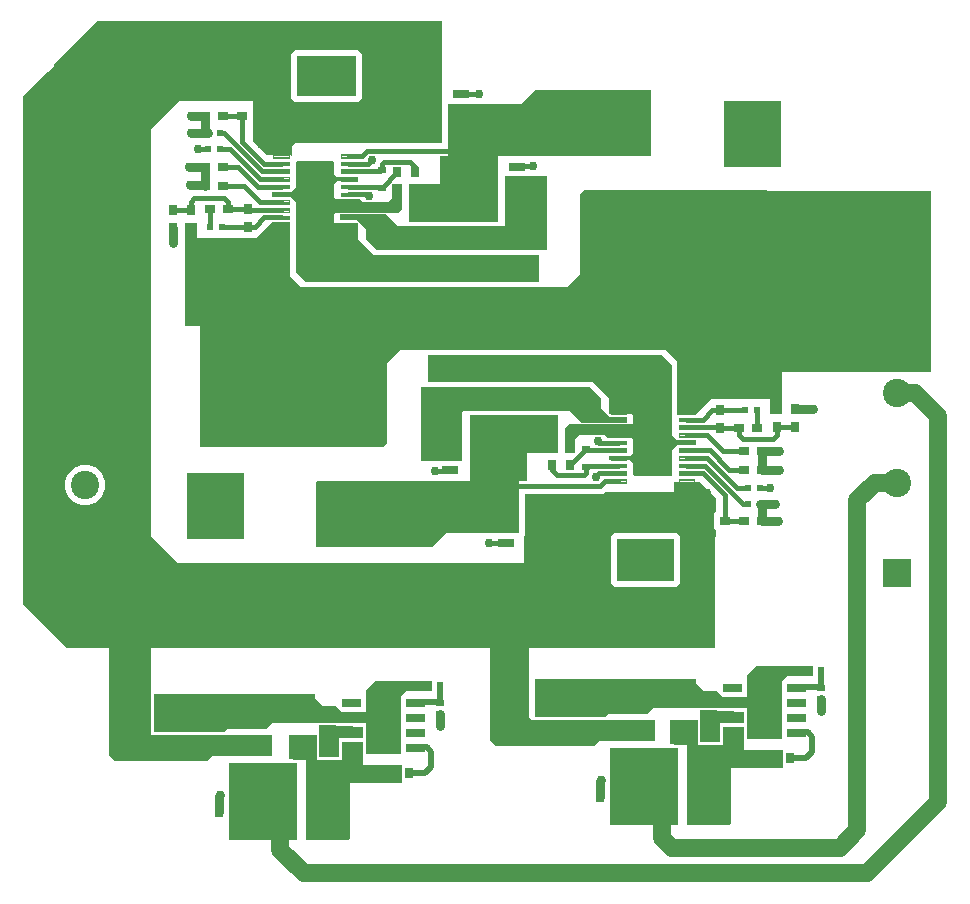
<source format=gbr>
G04 EAGLE Gerber RS-274X export*
G75*
%MOMM*%
%FSLAX34Y34*%
%LPD*%
%INTop Copper*%
%IPPOS*%
%AMOC8*
5,1,8,0,0,1.08239X$1,22.5*%
G01*
%ADD10R,1.372000X0.710000*%
%ADD11R,1.000000X1.000000*%
%ADD12C,0.102500*%
%ADD13R,3.000000X4.200000*%
%ADD14R,0.900000X0.800000*%
%ADD15R,0.600000X0.600000*%
%ADD16R,0.800000X0.900000*%
%ADD17R,1.300000X1.200000*%
%ADD18R,1.800000X1.600000*%
%ADD19R,1.900000X4.150000*%
%ADD20R,4.500000X4.000000*%
%ADD21R,0.800000X0.600000*%
%ADD22C,0.060000*%
%ADD23R,2.950000X4.900000*%
%ADD24C,0.708000*%
%ADD25R,0.900000X0.700000*%
%ADD26R,0.700000X0.900000*%
%ADD27R,1.630000X1.660000*%
%ADD28R,1.430000X5.500000*%
%ADD29R,2.350000X2.300000*%
%ADD30R,0.700000X0.600000*%
%ADD31R,0.600000X0.700000*%
%ADD32R,2.400000X2.400000*%
%ADD33C,2.400000*%
%ADD34C,0.762000*%
%ADD35C,0.756400*%
%ADD36C,0.381000*%
%ADD37C,1.016000*%
%ADD38C,0.508000*%
%ADD39C,1.524000*%

G36*
X-974208Y1366682D02*
X-974208Y1366682D01*
X-974214Y1366689D01*
X-1018614Y1366689D01*
X-1018661Y1366653D01*
X-1018660Y1366652D01*
X-1020064Y1366652D01*
X-1020069Y1366647D01*
X-1020069Y1331398D01*
X-1021084Y1330383D01*
X-1021084Y1330381D01*
X-1021085Y1330380D01*
X-1021085Y1308105D01*
X-1314448Y1308105D01*
X-1337305Y1330962D01*
X-1337305Y1675448D01*
X-1313498Y1699255D01*
X-1250955Y1699255D01*
X-1250955Y1693034D01*
X-1250953Y1693033D01*
X-1250954Y1693031D01*
X-1250253Y1692330D01*
X-1250253Y1680126D01*
X-1250954Y1679425D01*
X-1250954Y1679423D01*
X-1250955Y1679422D01*
X-1250955Y1665705D01*
X-1250953Y1665703D01*
X-1250954Y1665701D01*
X-1238424Y1653172D01*
X-1238422Y1653171D01*
X-1238421Y1653170D01*
X-1236359Y1653170D01*
X-1236357Y1653172D01*
X-1236356Y1653172D01*
X-1236212Y1653315D01*
X-1218208Y1653315D01*
X-1217934Y1653041D01*
X-1217932Y1653041D01*
X-1217931Y1653039D01*
X-1217929Y1653040D01*
X-1217927Y1653040D01*
X-1217927Y1653043D01*
X-1217925Y1653044D01*
X-1217925Y1661158D01*
X-1215388Y1663695D01*
X-1136575Y1663695D01*
X-1136575Y1663580D01*
X-1136539Y1663533D01*
X-1136532Y1663538D01*
X-1136526Y1663531D01*
X-1092126Y1663531D01*
X-1092079Y1663567D01*
X-1092084Y1663574D01*
X-1092077Y1663580D01*
X-1092077Y1663695D01*
X-1090930Y1663695D01*
X-1090925Y1663699D01*
X-1090925Y1663700D01*
X-1090925Y1766940D01*
X-1090929Y1766945D01*
X-1090930Y1766944D01*
X-1090930Y1766945D01*
X-1382190Y1766945D01*
X-1382192Y1766943D01*
X-1382194Y1766943D01*
X-1417873Y1731264D01*
X-1417874Y1731263D01*
X-1419171Y1729017D01*
X-1424017Y1724171D01*
X-1426263Y1722874D01*
X-1426263Y1722873D01*
X-1426264Y1722873D01*
X-1445264Y1703874D01*
X-1445264Y1703872D01*
X-1445264Y1703871D01*
X-1445265Y1703870D01*
X-1445265Y1272540D01*
X-1445263Y1272538D01*
X-1445264Y1272536D01*
X-1408434Y1235706D01*
X-1408431Y1235706D01*
X-1408430Y1235705D01*
X-1372875Y1235705D01*
X-1372875Y1145540D01*
X-1372873Y1145538D01*
X-1372874Y1145536D01*
X-1367794Y1140456D01*
X-1367791Y1140456D01*
X-1367790Y1140455D01*
X-1289050Y1140455D01*
X-1289048Y1140457D01*
X-1289046Y1140456D01*
X-1285238Y1144265D01*
X-1234440Y1144265D01*
X-1234435Y1144269D01*
X-1234435Y1144270D01*
X-1234435Y1162050D01*
X-1234439Y1162055D01*
X-1234440Y1162055D01*
X-1337305Y1162055D01*
X-1337305Y1235705D01*
X-1050295Y1235705D01*
X-1050295Y1158240D01*
X-1050293Y1158238D01*
X-1050294Y1158236D01*
X-1045214Y1153156D01*
X-1045211Y1153156D01*
X-1045210Y1153155D01*
X-961390Y1153155D01*
X-961388Y1153157D01*
X-961386Y1153156D01*
X-957578Y1156965D01*
X-910590Y1156965D01*
X-910585Y1156969D01*
X-910585Y1156970D01*
X-910585Y1174750D01*
X-910589Y1174755D01*
X-910590Y1174755D01*
X-1014728Y1174755D01*
X-1017265Y1177292D01*
X-1017265Y1235705D01*
X-859790Y1235705D01*
X-859785Y1235709D01*
X-859785Y1235710D01*
X-859785Y1329688D01*
X-858516Y1330956D01*
X-858516Y1330959D01*
X-858515Y1330960D01*
X-858515Y1335916D01*
X-858517Y1335917D01*
X-858516Y1335919D01*
X-860487Y1337890D01*
X-860487Y1350094D01*
X-858516Y1352065D01*
X-858516Y1352067D01*
X-858515Y1352068D01*
X-858516Y1352068D01*
X-858515Y1352068D01*
X-858515Y1363245D01*
X-858517Y1363247D01*
X-858516Y1363249D01*
X-872316Y1377048D01*
X-872318Y1377049D01*
X-872319Y1377050D01*
X-874381Y1377050D01*
X-874383Y1377048D01*
X-874384Y1377048D01*
X-874528Y1376905D01*
X-892532Y1376905D01*
X-893194Y1377566D01*
X-893196Y1377567D01*
X-893197Y1377568D01*
X-893198Y1377567D01*
X-893200Y1377567D01*
X-893200Y1377566D01*
X-893201Y1377566D01*
X-894084Y1376684D01*
X-894084Y1376681D01*
X-894085Y1376680D01*
X-894085Y1367795D01*
X-952527Y1367795D01*
X-952529Y1367793D01*
X-952531Y1367794D01*
X-952610Y1367714D01*
X-955175Y1366652D01*
X-974174Y1366652D01*
X-974201Y1366687D01*
X-974208Y1366682D01*
G37*
G36*
X-1139950Y1406649D02*
X-1139950Y1406649D01*
X-1139948Y1406648D01*
X-1136900Y1409696D01*
X-1136900Y1409699D01*
X-1136899Y1409700D01*
X-1136899Y1477262D01*
X-1125726Y1488435D01*
X-900686Y1488435D01*
X-891545Y1479294D01*
X-891545Y1433576D01*
X-891541Y1433571D01*
X-891540Y1433571D01*
X-875792Y1433571D01*
X-875790Y1433573D01*
X-875788Y1433572D01*
X-862582Y1446779D01*
X-812805Y1446779D01*
X-812805Y1434592D01*
X-812803Y1434590D01*
X-812804Y1434588D01*
X-812296Y1434080D01*
X-812293Y1434080D01*
X-812292Y1434079D01*
X-802640Y1434079D01*
X-802635Y1434083D01*
X-802635Y1434084D01*
X-802635Y1469385D01*
X-708615Y1469385D01*
X-708614Y1469386D01*
X-708613Y1469385D01*
X-708396Y1469475D01*
X-701604Y1469475D01*
X-701387Y1469385D01*
X-701386Y1469386D01*
X-701385Y1469385D01*
X-676910Y1469385D01*
X-676905Y1469389D01*
X-676905Y1469390D01*
X-676905Y1623060D01*
X-676909Y1623065D01*
X-676910Y1623065D01*
X-815335Y1623065D01*
X-815335Y1623568D01*
X-815339Y1623573D01*
X-815340Y1623573D01*
X-970788Y1623573D01*
X-970790Y1623571D01*
X-970792Y1623572D01*
X-973840Y1620524D01*
X-973840Y1620521D01*
X-973841Y1620520D01*
X-973841Y1552958D01*
X-985014Y1541785D01*
X-1210054Y1541785D01*
X-1219195Y1550926D01*
X-1219195Y1596644D01*
X-1219199Y1596649D01*
X-1219200Y1596649D01*
X-1234948Y1596649D01*
X-1234950Y1596647D01*
X-1234952Y1596648D01*
X-1248158Y1583441D01*
X-1297935Y1583441D01*
X-1297935Y1595628D01*
X-1297937Y1595630D01*
X-1297936Y1595632D01*
X-1298444Y1596140D01*
X-1298447Y1596140D01*
X-1298448Y1596140D01*
X-1298448Y1596141D01*
X-1308100Y1596141D01*
X-1308105Y1596137D01*
X-1308105Y1596136D01*
X-1308105Y1508760D01*
X-1308101Y1508755D01*
X-1308100Y1508755D01*
X-1295405Y1508755D01*
X-1295405Y1406652D01*
X-1295401Y1406647D01*
X-1295400Y1406647D01*
X-1139952Y1406647D01*
X-1139950Y1406649D01*
G37*
G36*
X-1098802Y1321305D02*
X-1098802Y1321305D01*
X-1098800Y1321304D01*
X-1086610Y1333495D01*
X-1025144Y1333495D01*
X-1025139Y1333499D01*
X-1025139Y1333500D01*
X-1025139Y1377183D01*
X-1018540Y1377183D01*
X-1018535Y1377187D01*
X-1018535Y1377188D01*
X-1018535Y1401059D01*
X-992124Y1401059D01*
X-992119Y1401063D01*
X-992119Y1401064D01*
X-992119Y1433068D01*
X-992123Y1433073D01*
X-992124Y1433073D01*
X-1067308Y1433073D01*
X-1067313Y1433069D01*
X-1067313Y1433068D01*
X-1067313Y1377193D01*
X-1196848Y1377193D01*
X-1196850Y1377191D01*
X-1196852Y1377192D01*
X-1197360Y1376684D01*
X-1197360Y1376681D01*
X-1197361Y1376680D01*
X-1197361Y1321308D01*
X-1197357Y1321303D01*
X-1197356Y1321303D01*
X-1098804Y1321303D01*
X-1098802Y1321305D01*
G37*
G36*
X-1043427Y1597151D02*
X-1043427Y1597151D01*
X-1043427Y1597152D01*
X-1043427Y1653027D01*
X-913892Y1653027D01*
X-913890Y1653029D01*
X-913888Y1653028D01*
X-913380Y1653536D01*
X-913380Y1653539D01*
X-913379Y1653540D01*
X-913379Y1708912D01*
X-913383Y1708917D01*
X-913384Y1708917D01*
X-1011936Y1708917D01*
X-1011938Y1708915D01*
X-1011940Y1708916D01*
X-1024130Y1696725D01*
X-1085596Y1696725D01*
X-1085601Y1696721D01*
X-1085601Y1696720D01*
X-1085601Y1653037D01*
X-1092200Y1653037D01*
X-1092205Y1653033D01*
X-1092205Y1653032D01*
X-1092205Y1629161D01*
X-1118616Y1629161D01*
X-1118621Y1629157D01*
X-1118621Y1629156D01*
X-1118621Y1597152D01*
X-1118617Y1597147D01*
X-1118616Y1597147D01*
X-1043432Y1597147D01*
X-1043427Y1597151D01*
G37*
G36*
X-897126Y1381757D02*
X-897126Y1381757D01*
X-897124Y1381756D01*
X-896108Y1382772D01*
X-896108Y1382775D01*
X-896107Y1382776D01*
X-896107Y1403602D01*
X-892046Y1407663D01*
X-875792Y1407663D01*
X-875787Y1407667D01*
X-875787Y1407668D01*
X-875787Y1412240D01*
X-875791Y1412245D01*
X-875792Y1412245D01*
X-892046Y1412245D01*
X-896107Y1416306D01*
X-896107Y1475740D01*
X-896109Y1475742D01*
X-896108Y1475744D01*
X-904744Y1484380D01*
X-904747Y1484380D01*
X-904748Y1484381D01*
X-1102360Y1484381D01*
X-1102365Y1484377D01*
X-1102365Y1484376D01*
X-1102365Y1461516D01*
X-1102361Y1461511D01*
X-1102360Y1461511D01*
X-962662Y1461511D01*
X-948949Y1447798D01*
X-948949Y1434592D01*
X-948947Y1434590D01*
X-948948Y1434588D01*
X-948440Y1434080D01*
X-948437Y1434080D01*
X-948436Y1434079D01*
X-929642Y1434079D01*
X-928629Y1433066D01*
X-928629Y1426974D01*
X-930150Y1425453D01*
X-983488Y1425453D01*
X-983490Y1425451D01*
X-983492Y1425452D01*
X-986540Y1422404D01*
X-986540Y1422402D01*
X-986540Y1422401D01*
X-986541Y1422400D01*
X-986541Y1401572D01*
X-986537Y1401567D01*
X-986536Y1401567D01*
X-977900Y1401567D01*
X-977895Y1401571D01*
X-977895Y1401572D01*
X-977895Y1413254D01*
X-974342Y1416807D01*
X-953010Y1416807D01*
X-950472Y1414268D01*
X-950469Y1414268D01*
X-950468Y1414267D01*
X-930150Y1414267D01*
X-928629Y1412746D01*
X-928629Y1401574D01*
X-931166Y1399037D01*
X-948436Y1399037D01*
X-948438Y1399035D01*
X-948440Y1399036D01*
X-948948Y1398528D01*
X-948948Y1398526D01*
X-948948Y1398525D01*
X-948949Y1398524D01*
X-948949Y1395476D01*
X-948947Y1395474D01*
X-948948Y1395472D01*
X-948440Y1394964D01*
X-948437Y1394964D01*
X-948436Y1394963D01*
X-931166Y1394963D01*
X-928629Y1392426D01*
X-928629Y1382776D01*
X-928627Y1382774D01*
X-928628Y1382772D01*
X-927612Y1381756D01*
X-927609Y1381756D01*
X-927608Y1381755D01*
X-897128Y1381755D01*
X-897126Y1381757D01*
G37*
G36*
X-1008375Y1545843D02*
X-1008375Y1545843D01*
X-1008375Y1545844D01*
X-1008375Y1568704D01*
X-1008379Y1568709D01*
X-1008380Y1568709D01*
X-1148078Y1568709D01*
X-1161791Y1582422D01*
X-1161791Y1595628D01*
X-1161793Y1595630D01*
X-1161792Y1595632D01*
X-1162300Y1596140D01*
X-1162303Y1596140D01*
X-1162304Y1596141D01*
X-1181098Y1596141D01*
X-1182111Y1597154D01*
X-1182111Y1603246D01*
X-1180590Y1604767D01*
X-1127252Y1604767D01*
X-1127250Y1604769D01*
X-1127248Y1604768D01*
X-1124200Y1607816D01*
X-1124200Y1607819D01*
X-1124199Y1607820D01*
X-1124199Y1628648D01*
X-1124203Y1628653D01*
X-1124204Y1628653D01*
X-1132840Y1628653D01*
X-1132845Y1628649D01*
X-1132845Y1628648D01*
X-1132845Y1616966D01*
X-1136398Y1613413D01*
X-1157730Y1613413D01*
X-1160268Y1615952D01*
X-1160271Y1615952D01*
X-1160272Y1615953D01*
X-1180590Y1615953D01*
X-1182111Y1617474D01*
X-1182111Y1628646D01*
X-1179574Y1631183D01*
X-1162304Y1631183D01*
X-1162302Y1631185D01*
X-1162300Y1631184D01*
X-1161792Y1631692D01*
X-1161792Y1631695D01*
X-1161791Y1631696D01*
X-1161791Y1634744D01*
X-1161793Y1634746D01*
X-1161792Y1634748D01*
X-1162300Y1635256D01*
X-1162303Y1635256D01*
X-1162304Y1635257D01*
X-1179574Y1635257D01*
X-1182111Y1637794D01*
X-1182111Y1647444D01*
X-1182113Y1647446D01*
X-1182112Y1647448D01*
X-1183128Y1648464D01*
X-1183131Y1648464D01*
X-1183132Y1648465D01*
X-1213612Y1648465D01*
X-1213614Y1648463D01*
X-1213616Y1648464D01*
X-1214632Y1647448D01*
X-1214632Y1647446D01*
X-1214632Y1647445D01*
X-1214633Y1647444D01*
X-1214633Y1626618D01*
X-1218694Y1622557D01*
X-1234948Y1622557D01*
X-1234953Y1622553D01*
X-1234953Y1622552D01*
X-1234953Y1617980D01*
X-1234949Y1617975D01*
X-1234948Y1617975D01*
X-1218694Y1617975D01*
X-1214633Y1613914D01*
X-1214633Y1554480D01*
X-1214631Y1554478D01*
X-1214632Y1554476D01*
X-1205996Y1545840D01*
X-1205993Y1545840D01*
X-1205992Y1545839D01*
X-1008380Y1545839D01*
X-1008375Y1545843D01*
G37*
G36*
X-827918Y1158760D02*
X-827918Y1158760D01*
X-827847Y1158762D01*
X-827798Y1158780D01*
X-827746Y1158789D01*
X-827683Y1158822D01*
X-827616Y1158847D01*
X-827575Y1158879D01*
X-827529Y1158904D01*
X-827480Y1158956D01*
X-827424Y1159000D01*
X-827396Y1159044D01*
X-827360Y1159082D01*
X-827329Y1159147D01*
X-827291Y1159207D01*
X-827278Y1159258D01*
X-827256Y1159305D01*
X-827248Y1159376D01*
X-827231Y1159446D01*
X-827235Y1159498D01*
X-827229Y1159549D01*
X-827244Y1159620D01*
X-827250Y1159691D01*
X-827270Y1159739D01*
X-827281Y1159790D01*
X-827318Y1159851D01*
X-827346Y1159917D01*
X-827391Y1159973D01*
X-827407Y1160001D01*
X-827425Y1160016D01*
X-827451Y1160048D01*
X-829445Y1162042D01*
X-829445Y1166238D01*
X-826478Y1169205D01*
X-822282Y1169205D01*
X-819315Y1166238D01*
X-819315Y1162042D01*
X-821309Y1160048D01*
X-821351Y1159990D01*
X-821400Y1159938D01*
X-821422Y1159891D01*
X-821453Y1159849D01*
X-821474Y1159780D01*
X-821504Y1159715D01*
X-821510Y1159663D01*
X-821525Y1159613D01*
X-821523Y1159542D01*
X-821531Y1159471D01*
X-821520Y1159420D01*
X-821519Y1159368D01*
X-821494Y1159300D01*
X-821479Y1159230D01*
X-821452Y1159186D01*
X-821434Y1159137D01*
X-821389Y1159081D01*
X-821353Y1159019D01*
X-821313Y1158985D01*
X-821280Y1158945D01*
X-821220Y1158906D01*
X-821166Y1158859D01*
X-821117Y1158840D01*
X-821074Y1158812D01*
X-821004Y1158794D01*
X-820938Y1158767D01*
X-820866Y1158759D01*
X-820835Y1158751D01*
X-820812Y1158753D01*
X-820771Y1158749D01*
X-814989Y1158749D01*
X-814918Y1158760D01*
X-814847Y1158762D01*
X-814798Y1158780D01*
X-814746Y1158789D01*
X-814683Y1158822D01*
X-814616Y1158847D01*
X-814575Y1158879D01*
X-814529Y1158904D01*
X-814480Y1158956D01*
X-814424Y1159000D01*
X-814396Y1159044D01*
X-814360Y1159082D01*
X-814329Y1159147D01*
X-814291Y1159207D01*
X-814278Y1159258D01*
X-814256Y1159305D01*
X-814248Y1159376D01*
X-814231Y1159446D01*
X-814235Y1159498D01*
X-814229Y1159549D01*
X-814244Y1159620D01*
X-814250Y1159691D01*
X-814270Y1159739D01*
X-814281Y1159790D01*
X-814318Y1159851D01*
X-814346Y1159917D01*
X-814391Y1159973D01*
X-814407Y1160001D01*
X-814425Y1160016D01*
X-814451Y1160048D01*
X-816445Y1162042D01*
X-816445Y1166238D01*
X-813478Y1169205D01*
X-809282Y1169205D01*
X-806315Y1166238D01*
X-806315Y1162042D01*
X-808309Y1160048D01*
X-808351Y1159990D01*
X-808400Y1159938D01*
X-808422Y1159891D01*
X-808453Y1159849D01*
X-808474Y1159780D01*
X-808504Y1159715D01*
X-808510Y1159663D01*
X-808525Y1159613D01*
X-808523Y1159542D01*
X-808531Y1159471D01*
X-808520Y1159420D01*
X-808519Y1159368D01*
X-808494Y1159300D01*
X-808479Y1159230D01*
X-808452Y1159186D01*
X-808434Y1159137D01*
X-808389Y1159081D01*
X-808353Y1159019D01*
X-808313Y1158985D01*
X-808280Y1158945D01*
X-808220Y1158906D01*
X-808166Y1158859D01*
X-808117Y1158840D01*
X-808074Y1158812D01*
X-808004Y1158794D01*
X-807938Y1158767D01*
X-807866Y1158759D01*
X-807835Y1158751D01*
X-807812Y1158753D01*
X-807771Y1158749D01*
X-803910Y1158749D01*
X-803890Y1158752D01*
X-803871Y1158750D01*
X-803769Y1158772D01*
X-803667Y1158789D01*
X-803650Y1158798D01*
X-803630Y1158802D01*
X-803541Y1158855D01*
X-803450Y1158904D01*
X-803436Y1158918D01*
X-803419Y1158928D01*
X-803352Y1159007D01*
X-803281Y1159082D01*
X-803272Y1159100D01*
X-803259Y1159115D01*
X-803220Y1159211D01*
X-803177Y1159305D01*
X-803175Y1159325D01*
X-803167Y1159343D01*
X-803149Y1159510D01*
X-803149Y1207455D01*
X-798515Y1212089D01*
X-777240Y1212089D01*
X-777220Y1212092D01*
X-777201Y1212090D01*
X-777099Y1212112D01*
X-776997Y1212129D01*
X-776980Y1212138D01*
X-776960Y1212142D01*
X-776871Y1212195D01*
X-776780Y1212244D01*
X-776766Y1212258D01*
X-776749Y1212268D01*
X-776682Y1212347D01*
X-776611Y1212422D01*
X-776602Y1212440D01*
X-776589Y1212455D01*
X-776550Y1212551D01*
X-776507Y1212645D01*
X-776505Y1212665D01*
X-776497Y1212683D01*
X-776479Y1212850D01*
X-776479Y1220470D01*
X-776482Y1220490D01*
X-776480Y1220509D01*
X-776502Y1220611D01*
X-776519Y1220713D01*
X-776528Y1220730D01*
X-776532Y1220750D01*
X-776585Y1220839D01*
X-776634Y1220930D01*
X-776648Y1220944D01*
X-776658Y1220961D01*
X-776737Y1221028D01*
X-776812Y1221100D01*
X-776830Y1221108D01*
X-776845Y1221121D01*
X-776941Y1221160D01*
X-777035Y1221203D01*
X-777055Y1221205D01*
X-777073Y1221213D01*
X-777240Y1221231D01*
X-824230Y1221231D01*
X-824320Y1221217D01*
X-824411Y1221209D01*
X-824441Y1221197D01*
X-824473Y1221192D01*
X-824553Y1221149D01*
X-824637Y1221113D01*
X-824669Y1221087D01*
X-824690Y1221076D01*
X-824712Y1221053D01*
X-824768Y1221008D01*
X-832388Y1213388D01*
X-832441Y1213314D01*
X-832501Y1213245D01*
X-832513Y1213215D01*
X-832532Y1213189D01*
X-832559Y1213102D01*
X-832593Y1213017D01*
X-832597Y1212976D01*
X-832604Y1212953D01*
X-832603Y1212921D01*
X-832611Y1212850D01*
X-832611Y1194561D01*
X-853125Y1194561D01*
X-857982Y1199418D01*
X-858056Y1199471D01*
X-858125Y1199531D01*
X-858155Y1199543D01*
X-858181Y1199562D01*
X-858268Y1199589D01*
X-858353Y1199623D01*
X-858394Y1199627D01*
X-858417Y1199634D01*
X-858449Y1199633D01*
X-858520Y1199641D01*
X-868365Y1199641D01*
X-875539Y1206815D01*
X-875539Y1209040D01*
X-875540Y1209048D01*
X-875540Y1209049D01*
X-875542Y1209059D01*
X-875542Y1209060D01*
X-875540Y1209079D01*
X-875562Y1209181D01*
X-875579Y1209283D01*
X-875588Y1209300D01*
X-875592Y1209320D01*
X-875645Y1209409D01*
X-875694Y1209500D01*
X-875708Y1209514D01*
X-875718Y1209531D01*
X-875797Y1209598D01*
X-875872Y1209670D01*
X-875890Y1209678D01*
X-875905Y1209691D01*
X-876001Y1209730D01*
X-876095Y1209773D01*
X-876115Y1209775D01*
X-876133Y1209783D01*
X-876300Y1209801D01*
X-1010920Y1209801D01*
X-1010940Y1209798D01*
X-1010959Y1209800D01*
X-1011061Y1209778D01*
X-1011163Y1209762D01*
X-1011180Y1209752D01*
X-1011200Y1209748D01*
X-1011289Y1209695D01*
X-1011380Y1209646D01*
X-1011394Y1209632D01*
X-1011411Y1209622D01*
X-1011478Y1209543D01*
X-1011550Y1209468D01*
X-1011558Y1209450D01*
X-1011571Y1209435D01*
X-1011610Y1209339D01*
X-1011653Y1209245D01*
X-1011655Y1209225D01*
X-1011663Y1209207D01*
X-1011681Y1209040D01*
X-1011681Y1178560D01*
X-1011678Y1178540D01*
X-1011680Y1178521D01*
X-1011658Y1178419D01*
X-1011642Y1178317D01*
X-1011632Y1178300D01*
X-1011628Y1178280D01*
X-1011575Y1178191D01*
X-1011526Y1178100D01*
X-1011512Y1178086D01*
X-1011502Y1178069D01*
X-1011423Y1178002D01*
X-1011348Y1177931D01*
X-1011330Y1177922D01*
X-1011315Y1177909D01*
X-1011219Y1177870D01*
X-1011125Y1177827D01*
X-1011105Y1177825D01*
X-1011087Y1177817D01*
X-1010920Y1177799D01*
X-952500Y1177799D01*
X-952410Y1177814D01*
X-952319Y1177821D01*
X-952289Y1177833D01*
X-952257Y1177839D01*
X-952177Y1177881D01*
X-952093Y1177917D01*
X-952061Y1177943D01*
X-952040Y1177954D01*
X-952018Y1177977D01*
X-951962Y1178022D01*
X-949645Y1180339D01*
X-916940Y1180339D01*
X-916850Y1180354D01*
X-916759Y1180361D01*
X-916729Y1180373D01*
X-916697Y1180379D01*
X-916617Y1180421D01*
X-916533Y1180457D01*
X-916501Y1180483D01*
X-916480Y1180494D01*
X-916458Y1180517D01*
X-916402Y1180562D01*
X-911545Y1185419D01*
X-832611Y1185419D01*
X-832611Y1159510D01*
X-832608Y1159490D01*
X-832610Y1159471D01*
X-832588Y1159369D01*
X-832572Y1159267D01*
X-832562Y1159250D01*
X-832558Y1159230D01*
X-832505Y1159141D01*
X-832456Y1159050D01*
X-832442Y1159036D01*
X-832432Y1159019D01*
X-832353Y1158952D01*
X-832278Y1158881D01*
X-832260Y1158872D01*
X-832245Y1158859D01*
X-832149Y1158820D01*
X-832055Y1158777D01*
X-832035Y1158775D01*
X-832017Y1158767D01*
X-831850Y1158749D01*
X-827989Y1158749D01*
X-827918Y1158760D01*
G37*
G36*
X-1150498Y1146060D02*
X-1150498Y1146060D01*
X-1150427Y1146062D01*
X-1150378Y1146080D01*
X-1150326Y1146089D01*
X-1150263Y1146122D01*
X-1150196Y1146147D01*
X-1150155Y1146179D01*
X-1150109Y1146204D01*
X-1150060Y1146256D01*
X-1150004Y1146300D01*
X-1149976Y1146344D01*
X-1149940Y1146382D01*
X-1149909Y1146447D01*
X-1149871Y1146507D01*
X-1149858Y1146558D01*
X-1149836Y1146605D01*
X-1149828Y1146676D01*
X-1149811Y1146746D01*
X-1149815Y1146798D01*
X-1149809Y1146849D01*
X-1149824Y1146920D01*
X-1149830Y1146991D01*
X-1149850Y1147039D01*
X-1149861Y1147090D01*
X-1149898Y1147151D01*
X-1149926Y1147217D01*
X-1149971Y1147273D01*
X-1149987Y1147301D01*
X-1150005Y1147316D01*
X-1150031Y1147348D01*
X-1152025Y1149342D01*
X-1152025Y1153538D01*
X-1149058Y1156505D01*
X-1144862Y1156505D01*
X-1141895Y1153538D01*
X-1141895Y1149342D01*
X-1143889Y1147348D01*
X-1143931Y1147290D01*
X-1143980Y1147238D01*
X-1144002Y1147191D01*
X-1144033Y1147149D01*
X-1144054Y1147080D01*
X-1144084Y1147015D01*
X-1144090Y1146963D01*
X-1144105Y1146913D01*
X-1144103Y1146842D01*
X-1144111Y1146771D01*
X-1144100Y1146720D01*
X-1144099Y1146668D01*
X-1144074Y1146600D01*
X-1144059Y1146530D01*
X-1144032Y1146486D01*
X-1144014Y1146437D01*
X-1143969Y1146381D01*
X-1143933Y1146319D01*
X-1143893Y1146285D01*
X-1143860Y1146245D01*
X-1143800Y1146206D01*
X-1143746Y1146159D01*
X-1143697Y1146140D01*
X-1143654Y1146112D01*
X-1143584Y1146094D01*
X-1143518Y1146067D01*
X-1143446Y1146059D01*
X-1143415Y1146051D01*
X-1143392Y1146053D01*
X-1143351Y1146049D01*
X-1137569Y1146049D01*
X-1137498Y1146060D01*
X-1137427Y1146062D01*
X-1137378Y1146080D01*
X-1137326Y1146089D01*
X-1137263Y1146122D01*
X-1137196Y1146147D01*
X-1137155Y1146179D01*
X-1137109Y1146204D01*
X-1137060Y1146256D01*
X-1137004Y1146300D01*
X-1136976Y1146344D01*
X-1136940Y1146382D01*
X-1136909Y1146447D01*
X-1136871Y1146507D01*
X-1136858Y1146558D01*
X-1136836Y1146605D01*
X-1136828Y1146676D01*
X-1136811Y1146746D01*
X-1136815Y1146798D01*
X-1136809Y1146849D01*
X-1136824Y1146920D01*
X-1136830Y1146991D01*
X-1136850Y1147039D01*
X-1136861Y1147090D01*
X-1136898Y1147151D01*
X-1136926Y1147217D01*
X-1136971Y1147273D01*
X-1136987Y1147301D01*
X-1137005Y1147316D01*
X-1137031Y1147348D01*
X-1139025Y1149342D01*
X-1139025Y1153538D01*
X-1136058Y1156505D01*
X-1131862Y1156505D01*
X-1128895Y1153538D01*
X-1128895Y1149342D01*
X-1130889Y1147348D01*
X-1130931Y1147290D01*
X-1130980Y1147238D01*
X-1131002Y1147191D01*
X-1131033Y1147149D01*
X-1131054Y1147080D01*
X-1131084Y1147015D01*
X-1131090Y1146963D01*
X-1131105Y1146913D01*
X-1131103Y1146842D01*
X-1131111Y1146771D01*
X-1131100Y1146720D01*
X-1131099Y1146668D01*
X-1131074Y1146600D01*
X-1131059Y1146530D01*
X-1131032Y1146486D01*
X-1131014Y1146437D01*
X-1130969Y1146381D01*
X-1130933Y1146319D01*
X-1130893Y1146285D01*
X-1130860Y1146245D01*
X-1130800Y1146206D01*
X-1130746Y1146159D01*
X-1130697Y1146140D01*
X-1130654Y1146112D01*
X-1130584Y1146094D01*
X-1130518Y1146067D01*
X-1130446Y1146059D01*
X-1130415Y1146051D01*
X-1130392Y1146053D01*
X-1130351Y1146049D01*
X-1126490Y1146049D01*
X-1126470Y1146052D01*
X-1126451Y1146050D01*
X-1126349Y1146072D01*
X-1126247Y1146089D01*
X-1126230Y1146098D01*
X-1126210Y1146102D01*
X-1126121Y1146155D01*
X-1126030Y1146204D01*
X-1126016Y1146218D01*
X-1125999Y1146228D01*
X-1125932Y1146307D01*
X-1125861Y1146382D01*
X-1125852Y1146400D01*
X-1125839Y1146415D01*
X-1125800Y1146511D01*
X-1125757Y1146605D01*
X-1125755Y1146625D01*
X-1125747Y1146643D01*
X-1125729Y1146810D01*
X-1125729Y1194755D01*
X-1121095Y1199389D01*
X-1099820Y1199389D01*
X-1099800Y1199392D01*
X-1099781Y1199390D01*
X-1099679Y1199412D01*
X-1099577Y1199429D01*
X-1099560Y1199438D01*
X-1099540Y1199442D01*
X-1099451Y1199495D01*
X-1099360Y1199544D01*
X-1099346Y1199558D01*
X-1099329Y1199568D01*
X-1099262Y1199647D01*
X-1099191Y1199722D01*
X-1099182Y1199740D01*
X-1099169Y1199755D01*
X-1099130Y1199851D01*
X-1099087Y1199945D01*
X-1099085Y1199965D01*
X-1099077Y1199983D01*
X-1099059Y1200150D01*
X-1099059Y1207770D01*
X-1099062Y1207790D01*
X-1099060Y1207809D01*
X-1099082Y1207911D01*
X-1099099Y1208013D01*
X-1099108Y1208030D01*
X-1099112Y1208050D01*
X-1099165Y1208139D01*
X-1099214Y1208230D01*
X-1099228Y1208244D01*
X-1099238Y1208261D01*
X-1099317Y1208328D01*
X-1099392Y1208400D01*
X-1099410Y1208408D01*
X-1099425Y1208421D01*
X-1099521Y1208460D01*
X-1099615Y1208503D01*
X-1099635Y1208505D01*
X-1099653Y1208513D01*
X-1099820Y1208531D01*
X-1146810Y1208531D01*
X-1146900Y1208517D01*
X-1146991Y1208509D01*
X-1147021Y1208497D01*
X-1147053Y1208492D01*
X-1147133Y1208449D01*
X-1147217Y1208413D01*
X-1147249Y1208387D01*
X-1147270Y1208376D01*
X-1147292Y1208353D01*
X-1147348Y1208308D01*
X-1154968Y1200688D01*
X-1155021Y1200614D01*
X-1155081Y1200545D01*
X-1155093Y1200515D01*
X-1155112Y1200489D01*
X-1155139Y1200402D01*
X-1155173Y1200317D01*
X-1155177Y1200276D01*
X-1155184Y1200253D01*
X-1155183Y1200221D01*
X-1155191Y1200150D01*
X-1155191Y1181861D01*
X-1175705Y1181861D01*
X-1180562Y1186718D01*
X-1180636Y1186771D01*
X-1180705Y1186831D01*
X-1180735Y1186843D01*
X-1180761Y1186862D01*
X-1180848Y1186889D01*
X-1180933Y1186923D01*
X-1180974Y1186927D01*
X-1180997Y1186934D01*
X-1181029Y1186933D01*
X-1181100Y1186941D01*
X-1190945Y1186941D01*
X-1198119Y1194115D01*
X-1198119Y1196340D01*
X-1198120Y1196348D01*
X-1198120Y1196349D01*
X-1198122Y1196359D01*
X-1198122Y1196360D01*
X-1198120Y1196379D01*
X-1198142Y1196481D01*
X-1198159Y1196583D01*
X-1198168Y1196600D01*
X-1198172Y1196620D01*
X-1198225Y1196709D01*
X-1198274Y1196800D01*
X-1198288Y1196814D01*
X-1198298Y1196831D01*
X-1198377Y1196898D01*
X-1198452Y1196970D01*
X-1198470Y1196978D01*
X-1198485Y1196991D01*
X-1198581Y1197030D01*
X-1198675Y1197073D01*
X-1198695Y1197075D01*
X-1198713Y1197083D01*
X-1198880Y1197101D01*
X-1333500Y1197101D01*
X-1333520Y1197098D01*
X-1333539Y1197100D01*
X-1333641Y1197078D01*
X-1333743Y1197062D01*
X-1333760Y1197052D01*
X-1333780Y1197048D01*
X-1333869Y1196995D01*
X-1333960Y1196946D01*
X-1333974Y1196932D01*
X-1333991Y1196922D01*
X-1334058Y1196843D01*
X-1334130Y1196768D01*
X-1334138Y1196750D01*
X-1334151Y1196735D01*
X-1334190Y1196639D01*
X-1334233Y1196545D01*
X-1334235Y1196525D01*
X-1334243Y1196507D01*
X-1334261Y1196340D01*
X-1334261Y1165860D01*
X-1334258Y1165840D01*
X-1334260Y1165821D01*
X-1334238Y1165719D01*
X-1334222Y1165617D01*
X-1334212Y1165600D01*
X-1334208Y1165580D01*
X-1334155Y1165491D01*
X-1334106Y1165400D01*
X-1334092Y1165386D01*
X-1334082Y1165369D01*
X-1334003Y1165302D01*
X-1333928Y1165231D01*
X-1333910Y1165222D01*
X-1333895Y1165209D01*
X-1333799Y1165170D01*
X-1333705Y1165127D01*
X-1333685Y1165125D01*
X-1333667Y1165117D01*
X-1333500Y1165099D01*
X-1275080Y1165099D01*
X-1274990Y1165114D01*
X-1274899Y1165121D01*
X-1274869Y1165133D01*
X-1274837Y1165139D01*
X-1274757Y1165181D01*
X-1274673Y1165217D01*
X-1274641Y1165243D01*
X-1274620Y1165254D01*
X-1274598Y1165277D01*
X-1274542Y1165322D01*
X-1272225Y1167639D01*
X-1239520Y1167639D01*
X-1239430Y1167654D01*
X-1239339Y1167661D01*
X-1239309Y1167673D01*
X-1239277Y1167679D01*
X-1239197Y1167721D01*
X-1239113Y1167757D01*
X-1239081Y1167783D01*
X-1239060Y1167794D01*
X-1239038Y1167817D01*
X-1238982Y1167862D01*
X-1234125Y1172719D01*
X-1155191Y1172719D01*
X-1155191Y1146810D01*
X-1155188Y1146790D01*
X-1155190Y1146771D01*
X-1155168Y1146669D01*
X-1155152Y1146567D01*
X-1155142Y1146550D01*
X-1155138Y1146530D01*
X-1155085Y1146441D01*
X-1155036Y1146350D01*
X-1155022Y1146336D01*
X-1155012Y1146319D01*
X-1154933Y1146252D01*
X-1154858Y1146181D01*
X-1154840Y1146172D01*
X-1154825Y1146159D01*
X-1154729Y1146120D01*
X-1154635Y1146077D01*
X-1154615Y1146075D01*
X-1154597Y1146067D01*
X-1154430Y1146049D01*
X-1150569Y1146049D01*
X-1150498Y1146060D01*
G37*
G36*
X-1073399Y1394459D02*
X-1073399Y1394459D01*
X-1073399Y1394460D01*
X-1073399Y1436114D01*
X-1072894Y1436619D01*
X-981966Y1436619D01*
X-972316Y1426968D01*
X-972313Y1426968D01*
X-972312Y1426967D01*
X-933704Y1426967D01*
X-933699Y1426971D01*
X-933699Y1426972D01*
X-933699Y1431544D01*
X-933703Y1431549D01*
X-933704Y1431549D01*
X-948434Y1431549D01*
X-956051Y1439166D01*
X-956051Y1447800D01*
X-956053Y1447802D01*
X-956052Y1447804D01*
X-965196Y1456948D01*
X-965199Y1456948D01*
X-965200Y1456949D01*
X-1108710Y1456949D01*
X-1108715Y1456945D01*
X-1108715Y1456944D01*
X-1108715Y1394460D01*
X-1108711Y1394455D01*
X-1108710Y1394455D01*
X-1073404Y1394455D01*
X-1073399Y1394459D01*
G37*
G36*
X-1002025Y1573275D02*
X-1002025Y1573275D01*
X-1002025Y1573276D01*
X-1002025Y1635760D01*
X-1002029Y1635765D01*
X-1002030Y1635765D01*
X-1037336Y1635765D01*
X-1037341Y1635761D01*
X-1037341Y1635760D01*
X-1037341Y1594106D01*
X-1037846Y1593601D01*
X-1128774Y1593601D01*
X-1138424Y1603252D01*
X-1138427Y1603252D01*
X-1138428Y1603252D01*
X-1138428Y1603253D01*
X-1177036Y1603253D01*
X-1177041Y1603249D01*
X-1177041Y1603248D01*
X-1177041Y1598676D01*
X-1177037Y1598671D01*
X-1177036Y1598671D01*
X-1162306Y1598671D01*
X-1154689Y1591054D01*
X-1154689Y1582420D01*
X-1154687Y1582418D01*
X-1154688Y1582416D01*
X-1145544Y1573272D01*
X-1145541Y1573272D01*
X-1145540Y1573271D01*
X-1002030Y1573271D01*
X-1002025Y1573275D01*
G37*
G36*
X-847070Y1086362D02*
X-847070Y1086362D01*
X-847051Y1086360D01*
X-846949Y1086382D01*
X-846847Y1086399D01*
X-846830Y1086408D01*
X-846810Y1086412D01*
X-846721Y1086465D01*
X-846630Y1086514D01*
X-846616Y1086528D01*
X-846599Y1086538D01*
X-846532Y1086617D01*
X-846461Y1086692D01*
X-846452Y1086710D01*
X-846439Y1086725D01*
X-846400Y1086821D01*
X-846357Y1086915D01*
X-846355Y1086935D01*
X-846347Y1086953D01*
X-846329Y1087120D01*
X-846329Y1134619D01*
X-802640Y1134619D01*
X-802620Y1134622D01*
X-802601Y1134620D01*
X-802499Y1134642D01*
X-802397Y1134659D01*
X-802380Y1134668D01*
X-802360Y1134672D01*
X-802271Y1134725D01*
X-802180Y1134774D01*
X-802166Y1134788D01*
X-802149Y1134798D01*
X-802082Y1134877D01*
X-802011Y1134952D01*
X-802002Y1134970D01*
X-801989Y1134985D01*
X-801950Y1135081D01*
X-801907Y1135175D01*
X-801905Y1135195D01*
X-801897Y1135213D01*
X-801879Y1135380D01*
X-801879Y1149350D01*
X-801882Y1149370D01*
X-801880Y1149389D01*
X-801902Y1149491D01*
X-801919Y1149593D01*
X-801928Y1149610D01*
X-801932Y1149630D01*
X-801985Y1149719D01*
X-802034Y1149810D01*
X-802048Y1149824D01*
X-802058Y1149841D01*
X-802137Y1149908D01*
X-802212Y1149980D01*
X-802230Y1149988D01*
X-802245Y1150001D01*
X-802341Y1150040D01*
X-802435Y1150083D01*
X-802455Y1150085D01*
X-802473Y1150093D01*
X-802640Y1150111D01*
X-834899Y1150111D01*
X-834899Y1168400D01*
X-834902Y1168420D01*
X-834900Y1168439D01*
X-834922Y1168541D01*
X-834939Y1168643D01*
X-834948Y1168660D01*
X-834952Y1168680D01*
X-835005Y1168769D01*
X-835054Y1168860D01*
X-835068Y1168874D01*
X-835078Y1168891D01*
X-835157Y1168958D01*
X-835232Y1169030D01*
X-835250Y1169038D01*
X-835265Y1169051D01*
X-835361Y1169090D01*
X-835455Y1169133D01*
X-835475Y1169135D01*
X-835493Y1169143D01*
X-835660Y1169161D01*
X-852170Y1169161D01*
X-852190Y1169158D01*
X-852209Y1169160D01*
X-852311Y1169138D01*
X-852413Y1169122D01*
X-852430Y1169112D01*
X-852450Y1169108D01*
X-852539Y1169055D01*
X-852630Y1169006D01*
X-852644Y1168992D01*
X-852661Y1168982D01*
X-852728Y1168903D01*
X-852800Y1168828D01*
X-852808Y1168810D01*
X-852821Y1168795D01*
X-852860Y1168699D01*
X-852903Y1168605D01*
X-852905Y1168585D01*
X-852913Y1168567D01*
X-852931Y1168400D01*
X-852931Y1153921D01*
X-874269Y1153921D01*
X-874269Y1174750D01*
X-874272Y1174770D01*
X-874270Y1174789D01*
X-874292Y1174891D01*
X-874309Y1174993D01*
X-874318Y1175010D01*
X-874322Y1175030D01*
X-874375Y1175119D01*
X-874424Y1175210D01*
X-874438Y1175224D01*
X-874448Y1175241D01*
X-874527Y1175308D01*
X-874602Y1175380D01*
X-874620Y1175388D01*
X-874635Y1175401D01*
X-874731Y1175440D01*
X-874825Y1175483D01*
X-874845Y1175485D01*
X-874863Y1175493D01*
X-875030Y1175511D01*
X-896620Y1175511D01*
X-896640Y1175508D01*
X-896659Y1175510D01*
X-896761Y1175488D01*
X-896863Y1175472D01*
X-896880Y1175462D01*
X-896900Y1175458D01*
X-896989Y1175405D01*
X-897080Y1175356D01*
X-897094Y1175342D01*
X-897111Y1175332D01*
X-897178Y1175253D01*
X-897250Y1175178D01*
X-897258Y1175160D01*
X-897271Y1175145D01*
X-897310Y1175049D01*
X-897353Y1174955D01*
X-897355Y1174935D01*
X-897363Y1174917D01*
X-897381Y1174750D01*
X-897381Y1155700D01*
X-897378Y1155680D01*
X-897380Y1155661D01*
X-897358Y1155559D01*
X-897342Y1155457D01*
X-897332Y1155440D01*
X-897328Y1155420D01*
X-897275Y1155331D01*
X-897226Y1155240D01*
X-897212Y1155226D01*
X-897202Y1155209D01*
X-897123Y1155142D01*
X-897048Y1155071D01*
X-897030Y1155062D01*
X-897015Y1155049D01*
X-896919Y1155010D01*
X-896825Y1154967D01*
X-896805Y1154965D01*
X-896787Y1154957D01*
X-896620Y1154939D01*
X-883411Y1154939D01*
X-883411Y1087120D01*
X-883408Y1087100D01*
X-883410Y1087081D01*
X-883388Y1086979D01*
X-883372Y1086877D01*
X-883362Y1086860D01*
X-883358Y1086840D01*
X-883305Y1086751D01*
X-883256Y1086660D01*
X-883242Y1086646D01*
X-883232Y1086629D01*
X-883153Y1086562D01*
X-883078Y1086491D01*
X-883060Y1086482D01*
X-883045Y1086469D01*
X-882949Y1086430D01*
X-882855Y1086387D01*
X-882835Y1086385D01*
X-882817Y1086377D01*
X-882650Y1086359D01*
X-847090Y1086359D01*
X-847070Y1086362D01*
G37*
G36*
X-1169650Y1073662D02*
X-1169650Y1073662D01*
X-1169631Y1073660D01*
X-1169529Y1073682D01*
X-1169427Y1073699D01*
X-1169410Y1073708D01*
X-1169390Y1073712D01*
X-1169301Y1073765D01*
X-1169210Y1073814D01*
X-1169196Y1073828D01*
X-1169179Y1073838D01*
X-1169112Y1073917D01*
X-1169041Y1073992D01*
X-1169032Y1074010D01*
X-1169019Y1074025D01*
X-1168980Y1074121D01*
X-1168937Y1074215D01*
X-1168935Y1074235D01*
X-1168927Y1074253D01*
X-1168909Y1074420D01*
X-1168909Y1121919D01*
X-1125220Y1121919D01*
X-1125200Y1121922D01*
X-1125181Y1121920D01*
X-1125079Y1121942D01*
X-1124977Y1121959D01*
X-1124960Y1121968D01*
X-1124940Y1121972D01*
X-1124851Y1122025D01*
X-1124760Y1122074D01*
X-1124746Y1122088D01*
X-1124729Y1122098D01*
X-1124662Y1122177D01*
X-1124591Y1122252D01*
X-1124582Y1122270D01*
X-1124569Y1122285D01*
X-1124530Y1122381D01*
X-1124487Y1122475D01*
X-1124485Y1122495D01*
X-1124477Y1122513D01*
X-1124459Y1122680D01*
X-1124459Y1136650D01*
X-1124462Y1136670D01*
X-1124460Y1136689D01*
X-1124482Y1136791D01*
X-1124499Y1136893D01*
X-1124508Y1136910D01*
X-1124512Y1136930D01*
X-1124565Y1137019D01*
X-1124614Y1137110D01*
X-1124628Y1137124D01*
X-1124638Y1137141D01*
X-1124717Y1137208D01*
X-1124792Y1137280D01*
X-1124810Y1137288D01*
X-1124825Y1137301D01*
X-1124921Y1137340D01*
X-1125015Y1137383D01*
X-1125035Y1137385D01*
X-1125053Y1137393D01*
X-1125220Y1137411D01*
X-1157479Y1137411D01*
X-1157479Y1155700D01*
X-1157482Y1155720D01*
X-1157480Y1155739D01*
X-1157502Y1155841D01*
X-1157519Y1155943D01*
X-1157528Y1155960D01*
X-1157532Y1155980D01*
X-1157585Y1156069D01*
X-1157634Y1156160D01*
X-1157648Y1156174D01*
X-1157658Y1156191D01*
X-1157737Y1156258D01*
X-1157812Y1156330D01*
X-1157830Y1156338D01*
X-1157845Y1156351D01*
X-1157941Y1156390D01*
X-1158035Y1156433D01*
X-1158055Y1156435D01*
X-1158073Y1156443D01*
X-1158240Y1156461D01*
X-1174750Y1156461D01*
X-1174770Y1156458D01*
X-1174789Y1156460D01*
X-1174891Y1156438D01*
X-1174993Y1156422D01*
X-1175010Y1156412D01*
X-1175030Y1156408D01*
X-1175119Y1156355D01*
X-1175210Y1156306D01*
X-1175224Y1156292D01*
X-1175241Y1156282D01*
X-1175308Y1156203D01*
X-1175380Y1156128D01*
X-1175388Y1156110D01*
X-1175401Y1156095D01*
X-1175440Y1155999D01*
X-1175483Y1155905D01*
X-1175485Y1155885D01*
X-1175493Y1155867D01*
X-1175511Y1155700D01*
X-1175511Y1141221D01*
X-1196849Y1141221D01*
X-1196849Y1162050D01*
X-1196852Y1162070D01*
X-1196850Y1162089D01*
X-1196872Y1162191D01*
X-1196889Y1162293D01*
X-1196898Y1162310D01*
X-1196902Y1162330D01*
X-1196955Y1162419D01*
X-1197004Y1162510D01*
X-1197018Y1162524D01*
X-1197028Y1162541D01*
X-1197107Y1162608D01*
X-1197182Y1162680D01*
X-1197200Y1162688D01*
X-1197215Y1162701D01*
X-1197311Y1162740D01*
X-1197405Y1162783D01*
X-1197425Y1162785D01*
X-1197443Y1162793D01*
X-1197610Y1162811D01*
X-1219200Y1162811D01*
X-1219220Y1162808D01*
X-1219239Y1162810D01*
X-1219341Y1162788D01*
X-1219443Y1162772D01*
X-1219460Y1162762D01*
X-1219480Y1162758D01*
X-1219569Y1162705D01*
X-1219660Y1162656D01*
X-1219674Y1162642D01*
X-1219691Y1162632D01*
X-1219758Y1162553D01*
X-1219830Y1162478D01*
X-1219838Y1162460D01*
X-1219851Y1162445D01*
X-1219890Y1162349D01*
X-1219933Y1162255D01*
X-1219935Y1162235D01*
X-1219943Y1162217D01*
X-1219961Y1162050D01*
X-1219961Y1143000D01*
X-1219958Y1142980D01*
X-1219960Y1142961D01*
X-1219938Y1142859D01*
X-1219922Y1142757D01*
X-1219912Y1142740D01*
X-1219908Y1142720D01*
X-1219855Y1142631D01*
X-1219806Y1142540D01*
X-1219792Y1142526D01*
X-1219782Y1142509D01*
X-1219703Y1142442D01*
X-1219628Y1142371D01*
X-1219610Y1142362D01*
X-1219595Y1142349D01*
X-1219499Y1142310D01*
X-1219405Y1142267D01*
X-1219385Y1142265D01*
X-1219367Y1142257D01*
X-1219200Y1142239D01*
X-1205991Y1142239D01*
X-1205991Y1074420D01*
X-1205988Y1074400D01*
X-1205990Y1074381D01*
X-1205968Y1074279D01*
X-1205952Y1074177D01*
X-1205942Y1074160D01*
X-1205938Y1074140D01*
X-1205885Y1074051D01*
X-1205836Y1073960D01*
X-1205822Y1073946D01*
X-1205812Y1073929D01*
X-1205733Y1073862D01*
X-1205658Y1073791D01*
X-1205640Y1073782D01*
X-1205625Y1073769D01*
X-1205529Y1073730D01*
X-1205435Y1073687D01*
X-1205415Y1073685D01*
X-1205397Y1073677D01*
X-1205230Y1073659D01*
X-1169670Y1073659D01*
X-1169650Y1073662D01*
G37*
G36*
X-1214100Y1073662D02*
X-1214100Y1073662D01*
X-1214081Y1073660D01*
X-1213979Y1073682D01*
X-1213877Y1073699D01*
X-1213860Y1073708D01*
X-1213840Y1073712D01*
X-1213751Y1073765D01*
X-1213660Y1073814D01*
X-1213646Y1073828D01*
X-1213629Y1073838D01*
X-1213562Y1073917D01*
X-1213491Y1073992D01*
X-1213482Y1074010D01*
X-1213469Y1074025D01*
X-1213430Y1074121D01*
X-1213387Y1074215D01*
X-1213385Y1074235D01*
X-1213377Y1074253D01*
X-1213359Y1074420D01*
X-1213359Y1137920D01*
X-1213362Y1137940D01*
X-1213360Y1137959D01*
X-1213382Y1138061D01*
X-1213399Y1138163D01*
X-1213408Y1138180D01*
X-1213412Y1138200D01*
X-1213465Y1138289D01*
X-1213514Y1138380D01*
X-1213528Y1138394D01*
X-1213538Y1138411D01*
X-1213617Y1138478D01*
X-1213692Y1138550D01*
X-1213710Y1138558D01*
X-1213725Y1138571D01*
X-1213821Y1138610D01*
X-1213915Y1138653D01*
X-1213935Y1138655D01*
X-1213953Y1138663D01*
X-1214120Y1138681D01*
X-1270000Y1138681D01*
X-1270020Y1138678D01*
X-1270039Y1138680D01*
X-1270141Y1138658D01*
X-1270243Y1138642D01*
X-1270260Y1138632D01*
X-1270280Y1138628D01*
X-1270369Y1138575D01*
X-1270460Y1138526D01*
X-1270474Y1138512D01*
X-1270491Y1138502D01*
X-1270558Y1138423D01*
X-1270630Y1138348D01*
X-1270638Y1138330D01*
X-1270651Y1138315D01*
X-1270690Y1138219D01*
X-1270733Y1138125D01*
X-1270735Y1138105D01*
X-1270743Y1138087D01*
X-1270761Y1137920D01*
X-1270761Y1074420D01*
X-1270758Y1074400D01*
X-1270760Y1074381D01*
X-1270738Y1074279D01*
X-1270722Y1074177D01*
X-1270712Y1074160D01*
X-1270708Y1074140D01*
X-1270655Y1074051D01*
X-1270606Y1073960D01*
X-1270592Y1073946D01*
X-1270582Y1073929D01*
X-1270503Y1073862D01*
X-1270428Y1073791D01*
X-1270410Y1073782D01*
X-1270395Y1073769D01*
X-1270299Y1073730D01*
X-1270205Y1073687D01*
X-1270185Y1073685D01*
X-1270167Y1073677D01*
X-1270000Y1073659D01*
X-1214120Y1073659D01*
X-1214100Y1073662D01*
G37*
G36*
X-891520Y1086362D02*
X-891520Y1086362D01*
X-891501Y1086360D01*
X-891399Y1086382D01*
X-891297Y1086399D01*
X-891280Y1086408D01*
X-891260Y1086412D01*
X-891171Y1086465D01*
X-891080Y1086514D01*
X-891066Y1086528D01*
X-891049Y1086538D01*
X-890982Y1086617D01*
X-890911Y1086692D01*
X-890902Y1086710D01*
X-890889Y1086725D01*
X-890850Y1086821D01*
X-890807Y1086915D01*
X-890805Y1086935D01*
X-890797Y1086953D01*
X-890779Y1087120D01*
X-890779Y1150620D01*
X-890782Y1150640D01*
X-890780Y1150659D01*
X-890802Y1150761D01*
X-890819Y1150863D01*
X-890828Y1150880D01*
X-890832Y1150900D01*
X-890885Y1150989D01*
X-890934Y1151080D01*
X-890948Y1151094D01*
X-890958Y1151111D01*
X-891037Y1151178D01*
X-891112Y1151250D01*
X-891130Y1151258D01*
X-891145Y1151271D01*
X-891241Y1151310D01*
X-891335Y1151353D01*
X-891355Y1151355D01*
X-891373Y1151363D01*
X-891540Y1151381D01*
X-947420Y1151381D01*
X-947440Y1151378D01*
X-947459Y1151380D01*
X-947561Y1151358D01*
X-947663Y1151342D01*
X-947680Y1151332D01*
X-947700Y1151328D01*
X-947789Y1151275D01*
X-947880Y1151226D01*
X-947894Y1151212D01*
X-947911Y1151202D01*
X-947978Y1151123D01*
X-948050Y1151048D01*
X-948058Y1151030D01*
X-948071Y1151015D01*
X-948110Y1150919D01*
X-948153Y1150825D01*
X-948155Y1150805D01*
X-948163Y1150787D01*
X-948181Y1150620D01*
X-948181Y1087120D01*
X-948178Y1087100D01*
X-948180Y1087081D01*
X-948158Y1086979D01*
X-948142Y1086877D01*
X-948132Y1086860D01*
X-948128Y1086840D01*
X-948075Y1086751D01*
X-948026Y1086660D01*
X-948012Y1086646D01*
X-948002Y1086629D01*
X-947923Y1086562D01*
X-947848Y1086491D01*
X-947830Y1086482D01*
X-947815Y1086469D01*
X-947719Y1086430D01*
X-947625Y1086387D01*
X-947605Y1086385D01*
X-947587Y1086377D01*
X-947420Y1086359D01*
X-891540Y1086359D01*
X-891520Y1086362D01*
G37*
G36*
X-1258565Y1328419D02*
X-1258565Y1328419D01*
X-1258565Y1328420D01*
X-1258565Y1384300D01*
X-1258569Y1384305D01*
X-1258570Y1384305D01*
X-1306830Y1384305D01*
X-1306835Y1384301D01*
X-1306835Y1384300D01*
X-1306835Y1328420D01*
X-1306831Y1328415D01*
X-1306830Y1328415D01*
X-1258570Y1328415D01*
X-1258565Y1328419D01*
G37*
G36*
X-803905Y1643379D02*
X-803905Y1643379D01*
X-803905Y1643380D01*
X-803905Y1699260D01*
X-803909Y1699265D01*
X-803910Y1699265D01*
X-852170Y1699265D01*
X-852175Y1699261D01*
X-852175Y1699260D01*
X-852175Y1643380D01*
X-852171Y1643375D01*
X-852170Y1643375D01*
X-803910Y1643375D01*
X-803905Y1643379D01*
G37*
%LPC*%
G36*
X-944442Y1287785D02*
X-944442Y1287785D01*
X-947415Y1290758D01*
X-947415Y1330522D01*
X-944442Y1333495D01*
X-891978Y1333495D01*
X-889005Y1330522D01*
X-889005Y1290758D01*
X-891978Y1287785D01*
X-944442Y1287785D01*
G37*
%LPD*%
%LPC*%
G36*
X-1215206Y1698249D02*
X-1215206Y1698249D01*
X-1218179Y1701222D01*
X-1218179Y1739208D01*
X-1215206Y1742181D01*
X-1161472Y1742181D01*
X-1158499Y1739208D01*
X-1158499Y1701222D01*
X-1161472Y1698249D01*
X-1215206Y1698249D01*
G37*
%LPD*%
G36*
X-894075Y1292859D02*
X-894075Y1292859D01*
X-894075Y1292860D01*
X-894075Y1328420D01*
X-894079Y1328425D01*
X-894080Y1328425D01*
X-926656Y1328425D01*
X-926657Y1328423D01*
X-926659Y1328424D01*
X-927094Y1327989D01*
X-939298Y1327989D01*
X-939733Y1328424D01*
X-939735Y1328424D01*
X-939736Y1328425D01*
X-942340Y1328425D01*
X-942345Y1328421D01*
X-942345Y1328420D01*
X-942345Y1292860D01*
X-942341Y1292855D01*
X-942340Y1292855D01*
X-894080Y1292855D01*
X-894075Y1292859D01*
G37*
G36*
X-1163569Y1703323D02*
X-1163569Y1703323D01*
X-1163569Y1703324D01*
X-1163569Y1737106D01*
X-1163573Y1737111D01*
X-1163574Y1737111D01*
X-1213104Y1737111D01*
X-1213109Y1737107D01*
X-1213109Y1737106D01*
X-1213109Y1703324D01*
X-1213105Y1703319D01*
X-1213104Y1703319D01*
X-1163574Y1703319D01*
X-1163569Y1703323D01*
G37*
%LPC*%
G36*
X-1396117Y1357065D02*
X-1396117Y1357065D01*
X-1402392Y1359664D01*
X-1407196Y1364468D01*
X-1409795Y1370744D01*
X-1409795Y1377536D01*
X-1407196Y1383812D01*
X-1402392Y1388616D01*
X-1396116Y1391215D01*
X-1389324Y1391215D01*
X-1383048Y1388616D01*
X-1378244Y1383812D01*
X-1375645Y1377537D01*
X-1375645Y1370743D01*
X-1378244Y1364468D01*
X-1383048Y1359664D01*
X-1389323Y1357065D01*
X-1396117Y1357065D01*
G37*
%LPD*%
G36*
X-1178540Y1143512D02*
X-1178540Y1143512D01*
X-1178521Y1143510D01*
X-1178419Y1143532D01*
X-1178317Y1143549D01*
X-1178300Y1143558D01*
X-1178280Y1143562D01*
X-1178191Y1143615D01*
X-1178100Y1143664D01*
X-1178086Y1143678D01*
X-1178069Y1143688D01*
X-1178002Y1143767D01*
X-1177931Y1143842D01*
X-1177922Y1143860D01*
X-1177909Y1143875D01*
X-1177870Y1143971D01*
X-1177827Y1144065D01*
X-1177825Y1144085D01*
X-1177817Y1144103D01*
X-1177799Y1144270D01*
X-1177799Y1160019D01*
X-1158240Y1160019D01*
X-1158220Y1160022D01*
X-1158201Y1160020D01*
X-1158099Y1160042D01*
X-1157997Y1160059D01*
X-1157980Y1160068D01*
X-1157960Y1160072D01*
X-1157871Y1160125D01*
X-1157780Y1160174D01*
X-1157766Y1160188D01*
X-1157749Y1160198D01*
X-1157682Y1160277D01*
X-1157611Y1160352D01*
X-1157602Y1160370D01*
X-1157589Y1160385D01*
X-1157550Y1160481D01*
X-1157507Y1160575D01*
X-1157505Y1160595D01*
X-1157497Y1160613D01*
X-1157479Y1160780D01*
X-1157479Y1168400D01*
X-1157482Y1168420D01*
X-1157480Y1168439D01*
X-1157502Y1168541D01*
X-1157519Y1168643D01*
X-1157528Y1168660D01*
X-1157532Y1168680D01*
X-1157585Y1168769D01*
X-1157634Y1168860D01*
X-1157648Y1168874D01*
X-1157658Y1168891D01*
X-1157737Y1168958D01*
X-1157812Y1169030D01*
X-1157830Y1169038D01*
X-1157845Y1169051D01*
X-1157941Y1169090D01*
X-1158035Y1169133D01*
X-1158055Y1169135D01*
X-1158073Y1169143D01*
X-1158240Y1169161D01*
X-1178245Y1169161D01*
X-1180054Y1170970D01*
X-1180128Y1171023D01*
X-1180197Y1171083D01*
X-1180227Y1171095D01*
X-1180253Y1171114D01*
X-1180340Y1171141D01*
X-1180425Y1171175D01*
X-1180466Y1171179D01*
X-1180489Y1171186D01*
X-1180521Y1171185D01*
X-1180592Y1171193D01*
X-1193800Y1171193D01*
X-1193820Y1171190D01*
X-1193839Y1171192D01*
X-1193941Y1171170D01*
X-1194043Y1171154D01*
X-1194060Y1171144D01*
X-1194080Y1171140D01*
X-1194169Y1171087D01*
X-1194260Y1171038D01*
X-1194274Y1171024D01*
X-1194291Y1171014D01*
X-1194358Y1170935D01*
X-1194430Y1170860D01*
X-1194438Y1170842D01*
X-1194451Y1170827D01*
X-1194490Y1170731D01*
X-1194533Y1170637D01*
X-1194535Y1170617D01*
X-1194543Y1170599D01*
X-1194561Y1170432D01*
X-1194561Y1144270D01*
X-1194558Y1144250D01*
X-1194560Y1144231D01*
X-1194538Y1144129D01*
X-1194522Y1144027D01*
X-1194512Y1144010D01*
X-1194508Y1143990D01*
X-1194455Y1143901D01*
X-1194406Y1143810D01*
X-1194392Y1143796D01*
X-1194382Y1143779D01*
X-1194303Y1143712D01*
X-1194228Y1143641D01*
X-1194210Y1143632D01*
X-1194195Y1143619D01*
X-1194099Y1143580D01*
X-1194005Y1143537D01*
X-1193985Y1143535D01*
X-1193967Y1143527D01*
X-1193800Y1143509D01*
X-1178560Y1143509D01*
X-1178540Y1143512D01*
G37*
G36*
X-855960Y1156212D02*
X-855960Y1156212D01*
X-855941Y1156210D01*
X-855839Y1156232D01*
X-855737Y1156249D01*
X-855720Y1156258D01*
X-855700Y1156262D01*
X-855611Y1156315D01*
X-855520Y1156364D01*
X-855506Y1156378D01*
X-855489Y1156388D01*
X-855422Y1156467D01*
X-855351Y1156542D01*
X-855342Y1156560D01*
X-855329Y1156575D01*
X-855290Y1156671D01*
X-855247Y1156765D01*
X-855245Y1156785D01*
X-855237Y1156803D01*
X-855219Y1156970D01*
X-855219Y1172719D01*
X-835660Y1172719D01*
X-835640Y1172722D01*
X-835621Y1172720D01*
X-835519Y1172742D01*
X-835417Y1172759D01*
X-835400Y1172768D01*
X-835380Y1172772D01*
X-835291Y1172825D01*
X-835200Y1172874D01*
X-835186Y1172888D01*
X-835169Y1172898D01*
X-835102Y1172977D01*
X-835031Y1173052D01*
X-835022Y1173070D01*
X-835009Y1173085D01*
X-834970Y1173181D01*
X-834927Y1173275D01*
X-834925Y1173295D01*
X-834917Y1173313D01*
X-834899Y1173480D01*
X-834899Y1181100D01*
X-834902Y1181120D01*
X-834900Y1181139D01*
X-834922Y1181241D01*
X-834939Y1181343D01*
X-834948Y1181360D01*
X-834952Y1181380D01*
X-835005Y1181469D01*
X-835054Y1181560D01*
X-835068Y1181574D01*
X-835078Y1181591D01*
X-835157Y1181658D01*
X-835232Y1181730D01*
X-835250Y1181738D01*
X-835265Y1181751D01*
X-835361Y1181790D01*
X-835455Y1181833D01*
X-835475Y1181835D01*
X-835493Y1181843D01*
X-835660Y1181861D01*
X-855665Y1181861D01*
X-857474Y1183670D01*
X-857548Y1183723D01*
X-857617Y1183783D01*
X-857647Y1183795D01*
X-857673Y1183814D01*
X-857760Y1183841D01*
X-857845Y1183875D01*
X-857886Y1183879D01*
X-857909Y1183886D01*
X-857941Y1183885D01*
X-858012Y1183893D01*
X-871220Y1183893D01*
X-871240Y1183890D01*
X-871259Y1183892D01*
X-871361Y1183870D01*
X-871463Y1183854D01*
X-871480Y1183844D01*
X-871500Y1183840D01*
X-871589Y1183787D01*
X-871680Y1183738D01*
X-871694Y1183724D01*
X-871711Y1183714D01*
X-871778Y1183635D01*
X-871850Y1183560D01*
X-871858Y1183542D01*
X-871871Y1183527D01*
X-871910Y1183431D01*
X-871953Y1183337D01*
X-871955Y1183317D01*
X-871963Y1183299D01*
X-871981Y1183132D01*
X-871981Y1156970D01*
X-871978Y1156950D01*
X-871980Y1156931D01*
X-871958Y1156829D01*
X-871942Y1156727D01*
X-871932Y1156710D01*
X-871928Y1156690D01*
X-871875Y1156601D01*
X-871826Y1156510D01*
X-871812Y1156496D01*
X-871802Y1156479D01*
X-871723Y1156412D01*
X-871648Y1156341D01*
X-871630Y1156332D01*
X-871615Y1156319D01*
X-871519Y1156280D01*
X-871425Y1156237D01*
X-871405Y1156235D01*
X-871387Y1156227D01*
X-871220Y1156209D01*
X-855980Y1156209D01*
X-855960Y1156212D01*
G37*
%LPC*%
G36*
X-813478Y1185075D02*
X-813478Y1185075D01*
X-816445Y1188042D01*
X-816445Y1192238D01*
X-813478Y1195205D01*
X-809282Y1195205D01*
X-806315Y1192238D01*
X-806315Y1188042D01*
X-809282Y1185075D01*
X-813478Y1185075D01*
G37*
%LPD*%
%LPC*%
G36*
X-1149058Y1172375D02*
X-1149058Y1172375D01*
X-1152025Y1175342D01*
X-1152025Y1179538D01*
X-1149058Y1182505D01*
X-1144862Y1182505D01*
X-1141895Y1179538D01*
X-1141895Y1175342D01*
X-1144862Y1172375D01*
X-1149058Y1172375D01*
G37*
%LPD*%
%LPC*%
G36*
X-1136058Y1172375D02*
X-1136058Y1172375D01*
X-1139025Y1175342D01*
X-1139025Y1179538D01*
X-1136058Y1182505D01*
X-1131862Y1182505D01*
X-1128895Y1179538D01*
X-1128895Y1175342D01*
X-1131862Y1172375D01*
X-1136058Y1172375D01*
G37*
%LPD*%
%LPC*%
G36*
X-826478Y1172075D02*
X-826478Y1172075D01*
X-829445Y1175042D01*
X-829445Y1179238D01*
X-826478Y1182205D01*
X-822282Y1182205D01*
X-819315Y1179238D01*
X-819315Y1175042D01*
X-822282Y1172075D01*
X-826478Y1172075D01*
G37*
%LPD*%
%LPC*%
G36*
X-813478Y1172075D02*
X-813478Y1172075D01*
X-816445Y1175042D01*
X-816445Y1179238D01*
X-813478Y1182205D01*
X-809282Y1182205D01*
X-806315Y1179238D01*
X-806315Y1175042D01*
X-809282Y1172075D01*
X-813478Y1172075D01*
G37*
%LPD*%
%LPC*%
G36*
X-826478Y1185075D02*
X-826478Y1185075D01*
X-829445Y1188042D01*
X-829445Y1192238D01*
X-826478Y1195205D01*
X-822282Y1195205D01*
X-819315Y1192238D01*
X-819315Y1188042D01*
X-822282Y1185075D01*
X-826478Y1185075D01*
G37*
%LPD*%
%LPC*%
G36*
X-1149058Y1185375D02*
X-1149058Y1185375D01*
X-1152025Y1188342D01*
X-1152025Y1192538D01*
X-1149058Y1195505D01*
X-1144862Y1195505D01*
X-1141895Y1192538D01*
X-1141895Y1188342D01*
X-1144862Y1185375D01*
X-1149058Y1185375D01*
G37*
%LPD*%
%LPC*%
G36*
X-1136058Y1159375D02*
X-1136058Y1159375D01*
X-1139025Y1162342D01*
X-1139025Y1166538D01*
X-1136058Y1169505D01*
X-1131862Y1169505D01*
X-1128895Y1166538D01*
X-1128895Y1162342D01*
X-1131862Y1159375D01*
X-1136058Y1159375D01*
G37*
%LPD*%
%LPC*%
G36*
X-1149058Y1159375D02*
X-1149058Y1159375D01*
X-1152025Y1162342D01*
X-1152025Y1166538D01*
X-1149058Y1169505D01*
X-1144862Y1169505D01*
X-1141895Y1166538D01*
X-1141895Y1162342D01*
X-1144862Y1159375D01*
X-1149058Y1159375D01*
G37*
%LPD*%
%LPC*%
G36*
X-1136058Y1185375D02*
X-1136058Y1185375D01*
X-1139025Y1188342D01*
X-1139025Y1192538D01*
X-1136058Y1195505D01*
X-1131862Y1195505D01*
X-1128895Y1192538D01*
X-1128895Y1188342D01*
X-1131862Y1185375D01*
X-1136058Y1185375D01*
G37*
%LPD*%
%LPC*%
G36*
X-813478Y1198075D02*
X-813478Y1198075D01*
X-816445Y1201042D01*
X-816445Y1205238D01*
X-813478Y1208205D01*
X-809282Y1208205D01*
X-806315Y1205238D01*
X-806315Y1201042D01*
X-809282Y1198075D01*
X-813478Y1198075D01*
G37*
%LPD*%
%LPC*%
G36*
X-826478Y1198075D02*
X-826478Y1198075D01*
X-829445Y1201042D01*
X-829445Y1205238D01*
X-826478Y1208205D01*
X-822282Y1208205D01*
X-819315Y1205238D01*
X-819315Y1201042D01*
X-822282Y1198075D01*
X-826478Y1198075D01*
G37*
%LPD*%
D10*
X-1074266Y1667130D03*
X-1074266Y1679830D03*
X-1074266Y1692530D03*
X-1074266Y1705230D03*
D11*
X-1101966Y1686180D03*
D10*
X-1027098Y1605662D03*
X-1027098Y1618362D03*
X-1027098Y1631062D03*
X-1027098Y1643762D03*
D11*
X-1054798Y1624712D03*
D12*
X-1220522Y1651152D02*
X-1233898Y1651152D01*
X-1233898Y1654228D01*
X-1220522Y1654228D01*
X-1220522Y1651152D01*
X-1220522Y1652126D02*
X-1233898Y1652126D01*
X-1233898Y1653100D02*
X-1220522Y1653100D01*
X-1220522Y1654074D02*
X-1233898Y1654074D01*
X-1233898Y1644652D02*
X-1220522Y1644652D01*
X-1233898Y1644652D02*
X-1233898Y1647728D01*
X-1220522Y1647728D01*
X-1220522Y1644652D01*
X-1220522Y1645626D02*
X-1233898Y1645626D01*
X-1233898Y1646600D02*
X-1220522Y1646600D01*
X-1220522Y1647574D02*
X-1233898Y1647574D01*
X-1233898Y1638152D02*
X-1220522Y1638152D01*
X-1233898Y1638152D02*
X-1233898Y1641228D01*
X-1220522Y1641228D01*
X-1220522Y1638152D01*
X-1220522Y1639126D02*
X-1233898Y1639126D01*
X-1233898Y1640100D02*
X-1220522Y1640100D01*
X-1220522Y1641074D02*
X-1233898Y1641074D01*
X-1233898Y1631652D02*
X-1220522Y1631652D01*
X-1233898Y1631652D02*
X-1233898Y1634728D01*
X-1220522Y1634728D01*
X-1220522Y1631652D01*
X-1220522Y1632626D02*
X-1233898Y1632626D01*
X-1233898Y1633600D02*
X-1220522Y1633600D01*
X-1220522Y1634574D02*
X-1233898Y1634574D01*
X-1233898Y1625152D02*
X-1220522Y1625152D01*
X-1233898Y1625152D02*
X-1233898Y1628228D01*
X-1220522Y1628228D01*
X-1220522Y1625152D01*
X-1220522Y1626126D02*
X-1233898Y1626126D01*
X-1233898Y1627100D02*
X-1220522Y1627100D01*
X-1220522Y1628074D02*
X-1233898Y1628074D01*
X-1233898Y1618652D02*
X-1220522Y1618652D01*
X-1233898Y1618652D02*
X-1233898Y1621728D01*
X-1220522Y1621728D01*
X-1220522Y1618652D01*
X-1220522Y1619626D02*
X-1233898Y1619626D01*
X-1233898Y1620600D02*
X-1220522Y1620600D01*
X-1220522Y1621574D02*
X-1233898Y1621574D01*
X-1233898Y1612152D02*
X-1220522Y1612152D01*
X-1233898Y1612152D02*
X-1233898Y1615228D01*
X-1220522Y1615228D01*
X-1220522Y1612152D01*
X-1220522Y1613126D02*
X-1233898Y1613126D01*
X-1233898Y1614100D02*
X-1220522Y1614100D01*
X-1220522Y1615074D02*
X-1233898Y1615074D01*
X-1233898Y1605652D02*
X-1220522Y1605652D01*
X-1233898Y1605652D02*
X-1233898Y1608728D01*
X-1220522Y1608728D01*
X-1220522Y1605652D01*
X-1220522Y1606626D02*
X-1233898Y1606626D01*
X-1233898Y1607600D02*
X-1220522Y1607600D01*
X-1220522Y1608574D02*
X-1233898Y1608574D01*
X-1233898Y1599152D02*
X-1220522Y1599152D01*
X-1233898Y1599152D02*
X-1233898Y1602228D01*
X-1220522Y1602228D01*
X-1220522Y1599152D01*
X-1220522Y1600126D02*
X-1233898Y1600126D01*
X-1233898Y1601100D02*
X-1220522Y1601100D01*
X-1220522Y1602074D02*
X-1233898Y1602074D01*
X-1233898Y1592652D02*
X-1220522Y1592652D01*
X-1233898Y1592652D02*
X-1233898Y1595728D01*
X-1220522Y1595728D01*
X-1220522Y1592652D01*
X-1220522Y1593626D02*
X-1233898Y1593626D01*
X-1233898Y1594600D02*
X-1220522Y1594600D01*
X-1220522Y1595574D02*
X-1233898Y1595574D01*
X-1176198Y1592652D02*
X-1162822Y1592652D01*
X-1176198Y1592652D02*
X-1176198Y1595728D01*
X-1162822Y1595728D01*
X-1162822Y1592652D01*
X-1162822Y1593626D02*
X-1176198Y1593626D01*
X-1176198Y1594600D02*
X-1162822Y1594600D01*
X-1162822Y1595574D02*
X-1176198Y1595574D01*
X-1176198Y1599152D02*
X-1162822Y1599152D01*
X-1176198Y1599152D02*
X-1176198Y1602228D01*
X-1162822Y1602228D01*
X-1162822Y1599152D01*
X-1162822Y1600126D02*
X-1176198Y1600126D01*
X-1176198Y1601100D02*
X-1162822Y1601100D01*
X-1162822Y1602074D02*
X-1176198Y1602074D01*
X-1176198Y1605652D02*
X-1162822Y1605652D01*
X-1176198Y1605652D02*
X-1176198Y1608728D01*
X-1162822Y1608728D01*
X-1162822Y1605652D01*
X-1162822Y1606626D02*
X-1176198Y1606626D01*
X-1176198Y1607600D02*
X-1162822Y1607600D01*
X-1162822Y1608574D02*
X-1176198Y1608574D01*
X-1176198Y1612152D02*
X-1162822Y1612152D01*
X-1176198Y1612152D02*
X-1176198Y1615228D01*
X-1162822Y1615228D01*
X-1162822Y1612152D01*
X-1162822Y1613126D02*
X-1176198Y1613126D01*
X-1176198Y1614100D02*
X-1162822Y1614100D01*
X-1162822Y1615074D02*
X-1176198Y1615074D01*
X-1176198Y1618652D02*
X-1162822Y1618652D01*
X-1176198Y1618652D02*
X-1176198Y1621728D01*
X-1162822Y1621728D01*
X-1162822Y1618652D01*
X-1162822Y1619626D02*
X-1176198Y1619626D01*
X-1176198Y1620600D02*
X-1162822Y1620600D01*
X-1162822Y1621574D02*
X-1176198Y1621574D01*
X-1176198Y1625152D02*
X-1162822Y1625152D01*
X-1176198Y1625152D02*
X-1176198Y1628228D01*
X-1162822Y1628228D01*
X-1162822Y1625152D01*
X-1162822Y1626126D02*
X-1176198Y1626126D01*
X-1176198Y1627100D02*
X-1162822Y1627100D01*
X-1162822Y1628074D02*
X-1176198Y1628074D01*
X-1176198Y1631652D02*
X-1162822Y1631652D01*
X-1176198Y1631652D02*
X-1176198Y1634728D01*
X-1162822Y1634728D01*
X-1162822Y1631652D01*
X-1162822Y1632626D02*
X-1176198Y1632626D01*
X-1176198Y1633600D02*
X-1162822Y1633600D01*
X-1162822Y1634574D02*
X-1176198Y1634574D01*
X-1176198Y1638152D02*
X-1162822Y1638152D01*
X-1176198Y1638152D02*
X-1176198Y1641228D01*
X-1162822Y1641228D01*
X-1162822Y1638152D01*
X-1162822Y1639126D02*
X-1176198Y1639126D01*
X-1176198Y1640100D02*
X-1162822Y1640100D01*
X-1162822Y1641074D02*
X-1176198Y1641074D01*
X-1176198Y1644652D02*
X-1162822Y1644652D01*
X-1176198Y1644652D02*
X-1176198Y1647728D01*
X-1162822Y1647728D01*
X-1162822Y1644652D01*
X-1162822Y1645626D02*
X-1176198Y1645626D01*
X-1176198Y1646600D02*
X-1162822Y1646600D01*
X-1162822Y1647574D02*
X-1176198Y1647574D01*
X-1176198Y1651152D02*
X-1162822Y1651152D01*
X-1176198Y1651152D02*
X-1176198Y1654228D01*
X-1162822Y1654228D01*
X-1162822Y1651152D01*
X-1162822Y1652126D02*
X-1176198Y1652126D01*
X-1176198Y1653100D02*
X-1162822Y1653100D01*
X-1162822Y1654074D02*
X-1176198Y1654074D01*
D13*
X-1198360Y1623440D03*
D14*
X-1275600Y1627570D03*
X-1290840Y1627570D03*
X-1275600Y1643534D03*
X-1290840Y1643534D03*
D15*
X-1289038Y1671966D03*
X-1278878Y1671966D03*
D14*
X-1259828Y1686228D03*
X-1244588Y1686228D03*
X-1291324Y1686266D03*
X-1276084Y1686266D03*
D15*
X-1278902Y1658876D03*
X-1289062Y1658876D03*
D16*
X-1177544Y1692656D03*
X-1177544Y1707896D03*
D17*
X-1198118Y1690370D03*
X-1198118Y1710690D03*
D16*
X-1255268Y1592834D03*
X-1255268Y1608074D03*
D15*
X-1287018Y1592834D03*
X-1276858Y1592834D03*
D14*
X-1287018Y1608074D03*
X-1271778Y1608074D03*
D18*
X-1024636Y1558006D03*
X-1024636Y1586006D03*
D16*
X-1303528Y1606804D03*
X-1303528Y1591564D03*
X-1318768Y1591564D03*
X-1318768Y1606804D03*
D19*
X-827786Y1598216D03*
X-827786Y1667716D03*
D20*
X-939800Y1687204D03*
X-939800Y1577204D03*
D21*
X-1141730Y1640720D03*
X-1141730Y1625720D03*
D16*
X-1113282Y1639062D03*
X-1113282Y1623822D03*
X-1128522Y1639316D03*
X-1128522Y1624076D03*
D10*
X-1036474Y1363090D03*
X-1036474Y1350390D03*
X-1036474Y1337690D03*
X-1036474Y1324990D03*
D11*
X-1008774Y1344040D03*
D10*
X-1083642Y1424558D03*
X-1083642Y1411858D03*
X-1083642Y1399158D03*
X-1083642Y1386458D03*
D11*
X-1055942Y1405508D03*
D12*
X-890218Y1379068D02*
X-876842Y1379068D01*
X-876842Y1375992D01*
X-890218Y1375992D01*
X-890218Y1379068D01*
X-890218Y1376966D02*
X-876842Y1376966D01*
X-876842Y1377940D02*
X-890218Y1377940D01*
X-890218Y1378914D02*
X-876842Y1378914D01*
X-876842Y1385568D02*
X-890218Y1385568D01*
X-876842Y1385568D02*
X-876842Y1382492D01*
X-890218Y1382492D01*
X-890218Y1385568D01*
X-890218Y1383466D02*
X-876842Y1383466D01*
X-876842Y1384440D02*
X-890218Y1384440D01*
X-890218Y1385414D02*
X-876842Y1385414D01*
X-876842Y1392068D02*
X-890218Y1392068D01*
X-876842Y1392068D02*
X-876842Y1388992D01*
X-890218Y1388992D01*
X-890218Y1392068D01*
X-890218Y1389966D02*
X-876842Y1389966D01*
X-876842Y1390940D02*
X-890218Y1390940D01*
X-890218Y1391914D02*
X-876842Y1391914D01*
X-876842Y1398568D02*
X-890218Y1398568D01*
X-876842Y1398568D02*
X-876842Y1395492D01*
X-890218Y1395492D01*
X-890218Y1398568D01*
X-890218Y1396466D02*
X-876842Y1396466D01*
X-876842Y1397440D02*
X-890218Y1397440D01*
X-890218Y1398414D02*
X-876842Y1398414D01*
X-876842Y1405068D02*
X-890218Y1405068D01*
X-876842Y1405068D02*
X-876842Y1401992D01*
X-890218Y1401992D01*
X-890218Y1405068D01*
X-890218Y1402966D02*
X-876842Y1402966D01*
X-876842Y1403940D02*
X-890218Y1403940D01*
X-890218Y1404914D02*
X-876842Y1404914D01*
X-876842Y1411568D02*
X-890218Y1411568D01*
X-876842Y1411568D02*
X-876842Y1408492D01*
X-890218Y1408492D01*
X-890218Y1411568D01*
X-890218Y1409466D02*
X-876842Y1409466D01*
X-876842Y1410440D02*
X-890218Y1410440D01*
X-890218Y1411414D02*
X-876842Y1411414D01*
X-876842Y1418068D02*
X-890218Y1418068D01*
X-876842Y1418068D02*
X-876842Y1414992D01*
X-890218Y1414992D01*
X-890218Y1418068D01*
X-890218Y1415966D02*
X-876842Y1415966D01*
X-876842Y1416940D02*
X-890218Y1416940D01*
X-890218Y1417914D02*
X-876842Y1417914D01*
X-876842Y1424568D02*
X-890218Y1424568D01*
X-876842Y1424568D02*
X-876842Y1421492D01*
X-890218Y1421492D01*
X-890218Y1424568D01*
X-890218Y1422466D02*
X-876842Y1422466D01*
X-876842Y1423440D02*
X-890218Y1423440D01*
X-890218Y1424414D02*
X-876842Y1424414D01*
X-876842Y1431068D02*
X-890218Y1431068D01*
X-876842Y1431068D02*
X-876842Y1427992D01*
X-890218Y1427992D01*
X-890218Y1431068D01*
X-890218Y1428966D02*
X-876842Y1428966D01*
X-876842Y1429940D02*
X-890218Y1429940D01*
X-890218Y1430914D02*
X-876842Y1430914D01*
X-876842Y1437568D02*
X-890218Y1437568D01*
X-876842Y1437568D02*
X-876842Y1434492D01*
X-890218Y1434492D01*
X-890218Y1437568D01*
X-890218Y1435466D02*
X-876842Y1435466D01*
X-876842Y1436440D02*
X-890218Y1436440D01*
X-890218Y1437414D02*
X-876842Y1437414D01*
X-934542Y1437568D02*
X-947918Y1437568D01*
X-934542Y1437568D02*
X-934542Y1434492D01*
X-947918Y1434492D01*
X-947918Y1437568D01*
X-947918Y1435466D02*
X-934542Y1435466D01*
X-934542Y1436440D02*
X-947918Y1436440D01*
X-947918Y1437414D02*
X-934542Y1437414D01*
X-934542Y1431068D02*
X-947918Y1431068D01*
X-934542Y1431068D02*
X-934542Y1427992D01*
X-947918Y1427992D01*
X-947918Y1431068D01*
X-947918Y1428966D02*
X-934542Y1428966D01*
X-934542Y1429940D02*
X-947918Y1429940D01*
X-947918Y1430914D02*
X-934542Y1430914D01*
X-934542Y1424568D02*
X-947918Y1424568D01*
X-934542Y1424568D02*
X-934542Y1421492D01*
X-947918Y1421492D01*
X-947918Y1424568D01*
X-947918Y1422466D02*
X-934542Y1422466D01*
X-934542Y1423440D02*
X-947918Y1423440D01*
X-947918Y1424414D02*
X-934542Y1424414D01*
X-934542Y1418068D02*
X-947918Y1418068D01*
X-934542Y1418068D02*
X-934542Y1414992D01*
X-947918Y1414992D01*
X-947918Y1418068D01*
X-947918Y1415966D02*
X-934542Y1415966D01*
X-934542Y1416940D02*
X-947918Y1416940D01*
X-947918Y1417914D02*
X-934542Y1417914D01*
X-934542Y1411568D02*
X-947918Y1411568D01*
X-934542Y1411568D02*
X-934542Y1408492D01*
X-947918Y1408492D01*
X-947918Y1411568D01*
X-947918Y1409466D02*
X-934542Y1409466D01*
X-934542Y1410440D02*
X-947918Y1410440D01*
X-947918Y1411414D02*
X-934542Y1411414D01*
X-934542Y1405068D02*
X-947918Y1405068D01*
X-934542Y1405068D02*
X-934542Y1401992D01*
X-947918Y1401992D01*
X-947918Y1405068D01*
X-947918Y1402966D02*
X-934542Y1402966D01*
X-934542Y1403940D02*
X-947918Y1403940D01*
X-947918Y1404914D02*
X-934542Y1404914D01*
X-934542Y1398568D02*
X-947918Y1398568D01*
X-934542Y1398568D02*
X-934542Y1395492D01*
X-947918Y1395492D01*
X-947918Y1398568D01*
X-947918Y1396466D02*
X-934542Y1396466D01*
X-934542Y1397440D02*
X-947918Y1397440D01*
X-947918Y1398414D02*
X-934542Y1398414D01*
X-934542Y1392068D02*
X-947918Y1392068D01*
X-934542Y1392068D02*
X-934542Y1388992D01*
X-947918Y1388992D01*
X-947918Y1392068D01*
X-947918Y1389966D02*
X-934542Y1389966D01*
X-934542Y1390940D02*
X-947918Y1390940D01*
X-947918Y1391914D02*
X-934542Y1391914D01*
X-934542Y1385568D02*
X-947918Y1385568D01*
X-934542Y1385568D02*
X-934542Y1382492D01*
X-947918Y1382492D01*
X-947918Y1385568D01*
X-947918Y1383466D02*
X-934542Y1383466D01*
X-934542Y1384440D02*
X-947918Y1384440D01*
X-947918Y1385414D02*
X-934542Y1385414D01*
X-934542Y1379068D02*
X-947918Y1379068D01*
X-934542Y1379068D02*
X-934542Y1375992D01*
X-947918Y1375992D01*
X-947918Y1379068D01*
X-947918Y1376966D02*
X-934542Y1376966D01*
X-934542Y1377940D02*
X-947918Y1377940D01*
X-947918Y1378914D02*
X-934542Y1378914D01*
D13*
X-912380Y1406780D03*
D14*
X-835140Y1402650D03*
X-819900Y1402650D03*
X-835140Y1386686D03*
X-819900Y1386686D03*
D15*
X-821702Y1358254D03*
X-831862Y1358254D03*
D14*
X-850912Y1343992D03*
X-866152Y1343992D03*
X-819416Y1343954D03*
X-834656Y1343954D03*
D15*
X-831838Y1371344D03*
X-821678Y1371344D03*
D16*
X-933196Y1337564D03*
X-933196Y1322324D03*
D17*
X-912622Y1339850D03*
X-912622Y1319530D03*
D16*
X-855472Y1437386D03*
X-855472Y1422146D03*
D15*
X-823722Y1437386D03*
X-833882Y1437386D03*
D14*
X-823722Y1422146D03*
X-838962Y1422146D03*
D18*
X-1086104Y1472214D03*
X-1086104Y1444214D03*
D16*
X-807212Y1423416D03*
X-807212Y1438656D03*
X-791972Y1438656D03*
X-791972Y1423416D03*
D19*
X-1282954Y1432004D03*
X-1282954Y1362504D03*
D20*
X-1170940Y1343016D03*
X-1170940Y1453016D03*
D21*
X-969010Y1389500D03*
X-969010Y1404500D03*
D16*
X-997458Y1391158D03*
X-997458Y1406398D03*
X-982218Y1390904D03*
X-982218Y1406144D03*
D22*
X-1106010Y1154590D02*
X-1120910Y1154590D01*
X-1106010Y1154590D02*
X-1106010Y1149190D01*
X-1120910Y1149190D01*
X-1120910Y1154590D01*
X-1120910Y1149760D02*
X-1106010Y1149760D01*
X-1106010Y1150330D02*
X-1120910Y1150330D01*
X-1120910Y1150900D02*
X-1106010Y1150900D01*
X-1106010Y1151470D02*
X-1120910Y1151470D01*
X-1120910Y1152040D02*
X-1106010Y1152040D01*
X-1106010Y1152610D02*
X-1120910Y1152610D01*
X-1120910Y1153180D02*
X-1106010Y1153180D01*
X-1106010Y1153750D02*
X-1120910Y1153750D01*
X-1120910Y1154320D02*
X-1106010Y1154320D01*
X-1106010Y1167290D02*
X-1120910Y1167290D01*
X-1106010Y1167290D02*
X-1106010Y1161890D01*
X-1120910Y1161890D01*
X-1120910Y1167290D01*
X-1120910Y1162460D02*
X-1106010Y1162460D01*
X-1106010Y1163030D02*
X-1120910Y1163030D01*
X-1120910Y1163600D02*
X-1106010Y1163600D01*
X-1106010Y1164170D02*
X-1120910Y1164170D01*
X-1120910Y1164740D02*
X-1106010Y1164740D01*
X-1106010Y1165310D02*
X-1120910Y1165310D01*
X-1120910Y1165880D02*
X-1106010Y1165880D01*
X-1106010Y1166450D02*
X-1120910Y1166450D01*
X-1120910Y1167020D02*
X-1106010Y1167020D01*
X-1106010Y1179990D02*
X-1120910Y1179990D01*
X-1106010Y1179990D02*
X-1106010Y1174590D01*
X-1120910Y1174590D01*
X-1120910Y1179990D01*
X-1120910Y1175160D02*
X-1106010Y1175160D01*
X-1106010Y1175730D02*
X-1120910Y1175730D01*
X-1120910Y1176300D02*
X-1106010Y1176300D01*
X-1106010Y1176870D02*
X-1120910Y1176870D01*
X-1120910Y1177440D02*
X-1106010Y1177440D01*
X-1106010Y1178010D02*
X-1120910Y1178010D01*
X-1120910Y1178580D02*
X-1106010Y1178580D01*
X-1106010Y1179150D02*
X-1120910Y1179150D01*
X-1120910Y1179720D02*
X-1106010Y1179720D01*
X-1106010Y1192690D02*
X-1120910Y1192690D01*
X-1106010Y1192690D02*
X-1106010Y1187290D01*
X-1120910Y1187290D01*
X-1120910Y1192690D01*
X-1120910Y1187860D02*
X-1106010Y1187860D01*
X-1106010Y1188430D02*
X-1120910Y1188430D01*
X-1120910Y1189000D02*
X-1106010Y1189000D01*
X-1106010Y1189570D02*
X-1120910Y1189570D01*
X-1120910Y1190140D02*
X-1106010Y1190140D01*
X-1106010Y1190710D02*
X-1120910Y1190710D01*
X-1120910Y1191280D02*
X-1106010Y1191280D01*
X-1106010Y1191850D02*
X-1120910Y1191850D01*
X-1120910Y1192420D02*
X-1106010Y1192420D01*
X-1160010Y1192690D02*
X-1174910Y1192690D01*
X-1160010Y1192690D02*
X-1160010Y1187290D01*
X-1174910Y1187290D01*
X-1174910Y1192690D01*
X-1174910Y1187860D02*
X-1160010Y1187860D01*
X-1160010Y1188430D02*
X-1174910Y1188430D01*
X-1174910Y1189000D02*
X-1160010Y1189000D01*
X-1160010Y1189570D02*
X-1174910Y1189570D01*
X-1174910Y1190140D02*
X-1160010Y1190140D01*
X-1160010Y1190710D02*
X-1174910Y1190710D01*
X-1174910Y1191280D02*
X-1160010Y1191280D01*
X-1160010Y1191850D02*
X-1174910Y1191850D01*
X-1174910Y1192420D02*
X-1160010Y1192420D01*
X-1160010Y1179990D02*
X-1174910Y1179990D01*
X-1160010Y1179990D02*
X-1160010Y1174590D01*
X-1174910Y1174590D01*
X-1174910Y1179990D01*
X-1174910Y1175160D02*
X-1160010Y1175160D01*
X-1160010Y1175730D02*
X-1174910Y1175730D01*
X-1174910Y1176300D02*
X-1160010Y1176300D01*
X-1160010Y1176870D02*
X-1174910Y1176870D01*
X-1174910Y1177440D02*
X-1160010Y1177440D01*
X-1160010Y1178010D02*
X-1174910Y1178010D01*
X-1174910Y1178580D02*
X-1160010Y1178580D01*
X-1160010Y1179150D02*
X-1174910Y1179150D01*
X-1174910Y1179720D02*
X-1160010Y1179720D01*
X-1160010Y1167290D02*
X-1174910Y1167290D01*
X-1160010Y1167290D02*
X-1160010Y1161890D01*
X-1174910Y1161890D01*
X-1174910Y1167290D01*
X-1174910Y1162460D02*
X-1160010Y1162460D01*
X-1160010Y1163030D02*
X-1174910Y1163030D01*
X-1174910Y1163600D02*
X-1160010Y1163600D01*
X-1160010Y1164170D02*
X-1174910Y1164170D01*
X-1174910Y1164740D02*
X-1160010Y1164740D01*
X-1160010Y1165310D02*
X-1174910Y1165310D01*
X-1174910Y1165880D02*
X-1160010Y1165880D01*
X-1160010Y1166450D02*
X-1174910Y1166450D01*
X-1174910Y1167020D02*
X-1160010Y1167020D01*
X-1160010Y1154590D02*
X-1174910Y1154590D01*
X-1160010Y1154590D02*
X-1160010Y1149190D01*
X-1174910Y1149190D01*
X-1174910Y1154590D01*
X-1174910Y1149760D02*
X-1160010Y1149760D01*
X-1160010Y1150330D02*
X-1174910Y1150330D01*
X-1174910Y1150900D02*
X-1160010Y1150900D01*
X-1160010Y1151470D02*
X-1174910Y1151470D01*
X-1174910Y1152040D02*
X-1160010Y1152040D01*
X-1160010Y1152610D02*
X-1174910Y1152610D01*
X-1174910Y1153180D02*
X-1160010Y1153180D01*
X-1160010Y1153750D02*
X-1174910Y1153750D01*
X-1174910Y1154320D02*
X-1160010Y1154320D01*
D23*
X-1140460Y1170940D03*
D24*
X-1133960Y1151440D03*
X-1146960Y1151440D03*
X-1133960Y1164440D03*
X-1146960Y1164440D03*
X-1133960Y1177440D03*
X-1146960Y1177440D03*
X-1133960Y1190440D03*
X-1146960Y1190440D03*
D18*
X-1297940Y1149320D03*
X-1297940Y1177320D03*
X-1320800Y1149320D03*
X-1320800Y1177320D03*
D25*
X-1186180Y1166980D03*
X-1186180Y1179980D03*
D26*
X-1118720Y1130300D03*
X-1131720Y1130300D03*
D27*
X-1209040Y1150150D03*
X-1209040Y1186650D03*
D28*
X-1186300Y1103630D03*
X-1226700Y1103630D03*
D29*
X-1257300Y1121660D03*
X-1257300Y1184660D03*
D26*
X-1266040Y1097280D03*
X-1279040Y1097280D03*
D30*
X-1092200Y1189910D03*
X-1092200Y1179910D03*
D31*
X-1102280Y1203960D03*
X-1092280Y1203960D03*
D22*
X-798330Y1167290D02*
X-783430Y1167290D01*
X-783430Y1161890D01*
X-798330Y1161890D01*
X-798330Y1167290D01*
X-798330Y1162460D02*
X-783430Y1162460D01*
X-783430Y1163030D02*
X-798330Y1163030D01*
X-798330Y1163600D02*
X-783430Y1163600D01*
X-783430Y1164170D02*
X-798330Y1164170D01*
X-798330Y1164740D02*
X-783430Y1164740D01*
X-783430Y1165310D02*
X-798330Y1165310D01*
X-798330Y1165880D02*
X-783430Y1165880D01*
X-783430Y1166450D02*
X-798330Y1166450D01*
X-798330Y1167020D02*
X-783430Y1167020D01*
X-783430Y1179990D02*
X-798330Y1179990D01*
X-783430Y1179990D02*
X-783430Y1174590D01*
X-798330Y1174590D01*
X-798330Y1179990D01*
X-798330Y1175160D02*
X-783430Y1175160D01*
X-783430Y1175730D02*
X-798330Y1175730D01*
X-798330Y1176300D02*
X-783430Y1176300D01*
X-783430Y1176870D02*
X-798330Y1176870D01*
X-798330Y1177440D02*
X-783430Y1177440D01*
X-783430Y1178010D02*
X-798330Y1178010D01*
X-798330Y1178580D02*
X-783430Y1178580D01*
X-783430Y1179150D02*
X-798330Y1179150D01*
X-798330Y1179720D02*
X-783430Y1179720D01*
X-783430Y1192690D02*
X-798330Y1192690D01*
X-783430Y1192690D02*
X-783430Y1187290D01*
X-798330Y1187290D01*
X-798330Y1192690D01*
X-798330Y1187860D02*
X-783430Y1187860D01*
X-783430Y1188430D02*
X-798330Y1188430D01*
X-798330Y1189000D02*
X-783430Y1189000D01*
X-783430Y1189570D02*
X-798330Y1189570D01*
X-798330Y1190140D02*
X-783430Y1190140D01*
X-783430Y1190710D02*
X-798330Y1190710D01*
X-798330Y1191280D02*
X-783430Y1191280D01*
X-783430Y1191850D02*
X-798330Y1191850D01*
X-798330Y1192420D02*
X-783430Y1192420D01*
X-783430Y1205390D02*
X-798330Y1205390D01*
X-783430Y1205390D02*
X-783430Y1199990D01*
X-798330Y1199990D01*
X-798330Y1205390D01*
X-798330Y1200560D02*
X-783430Y1200560D01*
X-783430Y1201130D02*
X-798330Y1201130D01*
X-798330Y1201700D02*
X-783430Y1201700D01*
X-783430Y1202270D02*
X-798330Y1202270D01*
X-798330Y1202840D02*
X-783430Y1202840D01*
X-783430Y1203410D02*
X-798330Y1203410D01*
X-798330Y1203980D02*
X-783430Y1203980D01*
X-783430Y1204550D02*
X-798330Y1204550D01*
X-798330Y1205120D02*
X-783430Y1205120D01*
X-837430Y1205390D02*
X-852330Y1205390D01*
X-837430Y1205390D02*
X-837430Y1199990D01*
X-852330Y1199990D01*
X-852330Y1205390D01*
X-852330Y1200560D02*
X-837430Y1200560D01*
X-837430Y1201130D02*
X-852330Y1201130D01*
X-852330Y1201700D02*
X-837430Y1201700D01*
X-837430Y1202270D02*
X-852330Y1202270D01*
X-852330Y1202840D02*
X-837430Y1202840D01*
X-837430Y1203410D02*
X-852330Y1203410D01*
X-852330Y1203980D02*
X-837430Y1203980D01*
X-837430Y1204550D02*
X-852330Y1204550D01*
X-852330Y1205120D02*
X-837430Y1205120D01*
X-837430Y1192690D02*
X-852330Y1192690D01*
X-837430Y1192690D02*
X-837430Y1187290D01*
X-852330Y1187290D01*
X-852330Y1192690D01*
X-852330Y1187860D02*
X-837430Y1187860D01*
X-837430Y1188430D02*
X-852330Y1188430D01*
X-852330Y1189000D02*
X-837430Y1189000D01*
X-837430Y1189570D02*
X-852330Y1189570D01*
X-852330Y1190140D02*
X-837430Y1190140D01*
X-837430Y1190710D02*
X-852330Y1190710D01*
X-852330Y1191280D02*
X-837430Y1191280D01*
X-837430Y1191850D02*
X-852330Y1191850D01*
X-852330Y1192420D02*
X-837430Y1192420D01*
X-837430Y1179990D02*
X-852330Y1179990D01*
X-837430Y1179990D02*
X-837430Y1174590D01*
X-852330Y1174590D01*
X-852330Y1179990D01*
X-852330Y1175160D02*
X-837430Y1175160D01*
X-837430Y1175730D02*
X-852330Y1175730D01*
X-852330Y1176300D02*
X-837430Y1176300D01*
X-837430Y1176870D02*
X-852330Y1176870D01*
X-852330Y1177440D02*
X-837430Y1177440D01*
X-837430Y1178010D02*
X-852330Y1178010D01*
X-852330Y1178580D02*
X-837430Y1178580D01*
X-837430Y1179150D02*
X-852330Y1179150D01*
X-852330Y1179720D02*
X-837430Y1179720D01*
X-837430Y1167290D02*
X-852330Y1167290D01*
X-837430Y1167290D02*
X-837430Y1161890D01*
X-852330Y1161890D01*
X-852330Y1167290D01*
X-852330Y1162460D02*
X-837430Y1162460D01*
X-837430Y1163030D02*
X-852330Y1163030D01*
X-852330Y1163600D02*
X-837430Y1163600D01*
X-837430Y1164170D02*
X-852330Y1164170D01*
X-852330Y1164740D02*
X-837430Y1164740D01*
X-837430Y1165310D02*
X-852330Y1165310D01*
X-852330Y1165880D02*
X-837430Y1165880D01*
X-837430Y1166450D02*
X-852330Y1166450D01*
X-852330Y1167020D02*
X-837430Y1167020D01*
D23*
X-817880Y1183640D03*
D24*
X-811380Y1164140D03*
X-824380Y1164140D03*
X-811380Y1177140D03*
X-824380Y1177140D03*
X-811380Y1190140D03*
X-824380Y1190140D03*
X-811380Y1203140D03*
X-824380Y1203140D03*
D18*
X-975360Y1162020D03*
X-975360Y1190020D03*
X-998220Y1162020D03*
X-998220Y1190020D03*
D25*
X-863600Y1179680D03*
X-863600Y1192680D03*
D26*
X-796140Y1143000D03*
X-809140Y1143000D03*
D27*
X-886460Y1162850D03*
X-886460Y1199350D03*
D28*
X-863720Y1116330D03*
X-904120Y1116330D03*
D29*
X-934720Y1134360D03*
X-934720Y1197360D03*
D26*
X-943460Y1109980D03*
X-956460Y1109980D03*
D30*
X-769620Y1202610D03*
X-769620Y1192610D03*
D31*
X-779700Y1216660D03*
X-769700Y1216660D03*
D32*
X-1392720Y1450340D03*
D33*
X-1392720Y1374140D03*
D32*
X-705000Y1300000D03*
D33*
X-705000Y1376200D03*
X-705000Y1452400D03*
X-705000Y1528600D03*
D34*
X-1279040Y1111100D02*
X-1279040Y1097280D01*
X-1279040Y1111100D02*
X-1278890Y1111250D01*
D35*
X-1278890Y1111250D03*
X-1281430Y1177290D03*
D34*
X-956460Y1123800D02*
X-956460Y1109980D01*
X-956460Y1123800D02*
X-956310Y1123950D01*
D35*
X-956310Y1123950D03*
X-958850Y1189990D03*
X-1066800Y1473200D03*
X-1054100Y1473200D03*
X-1041400Y1473200D03*
X-1028700Y1473200D03*
X-1016000Y1473200D03*
X-1003300Y1473200D03*
X-990600Y1473200D03*
X-977900Y1473200D03*
X-965200Y1473200D03*
X-952500Y1473200D03*
X-939800Y1473200D03*
X-927100Y1473200D03*
X-914400Y1473200D03*
X-947420Y1460500D03*
X-934720Y1460500D03*
X-922020Y1460500D03*
X-909320Y1460500D03*
X-939800Y1447800D03*
X-927100Y1447800D03*
X-914400Y1447800D03*
X-901700Y1447800D03*
X-922020Y1435100D03*
X-906780Y1435100D03*
X-1043940Y1557020D03*
X-1056640Y1557020D03*
X-1069340Y1557020D03*
X-1082040Y1557020D03*
X-1097280Y1557020D03*
X-1112520Y1557020D03*
X-1127760Y1557020D03*
X-1143000Y1557020D03*
X-1158240Y1557020D03*
X-1173480Y1557020D03*
X-1188720Y1557020D03*
X-1203960Y1557020D03*
X-1209040Y1569720D03*
X-1196340Y1569720D03*
X-1181100Y1569720D03*
X-1168400Y1569720D03*
X-1155700Y1569720D03*
X-1209040Y1582420D03*
X-1196340Y1582420D03*
X-1181100Y1582420D03*
X-1168400Y1582420D03*
X-1203960Y1595120D03*
X-1191260Y1595120D03*
X-937260Y1308100D03*
X-937260Y1297940D03*
X-927100Y1308100D03*
X-927100Y1297940D03*
X-916940Y1297940D03*
X-906780Y1297940D03*
X-916940Y1308100D03*
X-906780Y1308100D03*
X-899160Y1315720D03*
X-899160Y1303020D03*
X-916940Y1198880D03*
X-904240Y1198880D03*
X-1236980Y1186180D03*
X-1226820Y1186180D03*
X-1301750Y1376680D03*
X-1301750Y1363980D03*
X-1301750Y1348740D03*
X-1301750Y1336040D03*
X-1289050Y1336040D03*
X-1276350Y1336040D03*
X-1263650Y1336040D03*
X-1263650Y1348740D03*
X-1263650Y1363980D03*
X-1263650Y1376680D03*
X-844550Y1694180D03*
X-834390Y1694180D03*
X-822960Y1694180D03*
X-811530Y1694180D03*
X-811530Y1684020D03*
X-811530Y1672590D03*
X-811530Y1661160D03*
X-811530Y1649730D03*
X-844550Y1649730D03*
X-844550Y1661160D03*
X-844550Y1672590D03*
X-844550Y1684020D03*
D34*
X-819900Y1402650D02*
X-805496Y1402650D01*
X-805434Y1402588D01*
D35*
X-805434Y1402588D03*
D34*
X-805534Y1386686D02*
X-819900Y1386686D01*
X-805534Y1386686D02*
X-805434Y1386586D01*
D35*
X-805434Y1386586D03*
D34*
X-819900Y1386686D02*
X-819900Y1402650D01*
X-821702Y1358254D02*
X-809106Y1358254D01*
X-808990Y1358138D01*
D35*
X-808990Y1358138D03*
D34*
X-805982Y1343954D02*
X-819416Y1343954D01*
X-805982Y1343954D02*
X-805942Y1343914D01*
D35*
X-805942Y1343914D03*
D34*
X-819416Y1355968D02*
X-821702Y1358254D01*
X-819416Y1355968D02*
X-819416Y1343954D01*
X-791972Y1438656D02*
X-776478Y1438656D01*
D35*
X-776478Y1438656D03*
D34*
X-1318768Y1579118D02*
X-1318768Y1591564D01*
D35*
X-1318768Y1579118D03*
D34*
X-1290840Y1627570D02*
X-1290840Y1643534D01*
X-1304444Y1643534D01*
X-1304544Y1643634D01*
D35*
X-1304544Y1643634D03*
D34*
X-1291156Y1627886D02*
X-1290840Y1627570D01*
X-1291156Y1627886D02*
X-1303782Y1627886D01*
D35*
X-1303782Y1627886D03*
D34*
X-1303234Y1686266D02*
X-1291324Y1686266D01*
X-1303234Y1686266D02*
X-1303274Y1686306D01*
D35*
X-1303274Y1686306D03*
D34*
X-1303136Y1671966D02*
X-1289038Y1671966D01*
X-1303136Y1671966D02*
X-1303274Y1671828D01*
D35*
X-1303274Y1671828D03*
D34*
X-1291324Y1674252D02*
X-1291324Y1686266D01*
X-1291324Y1674252D02*
X-1289038Y1671966D01*
D35*
X-1208532Y1724914D03*
X-1198372Y1724914D03*
X-1188212Y1724914D03*
X-1178052Y1724914D03*
X-1167892Y1724914D03*
X-1172972Y1732534D03*
X-1183132Y1732534D03*
X-1193292Y1732534D03*
X-1203452Y1732534D03*
D36*
X-1289062Y1658876D02*
X-1297430Y1658876D01*
X-1297432Y1658874D01*
D35*
X-1297432Y1658874D03*
X-1244092Y1662938D03*
D36*
X-821678Y1371344D02*
X-813310Y1371344D01*
X-813308Y1371346D01*
D35*
X-813308Y1371346D03*
X-866648Y1367282D03*
D37*
X-1167460Y1164590D02*
X-1181100Y1164590D01*
X-1186180Y1159510D02*
X-1186180Y1153160D01*
D35*
X-1186180Y1153160D03*
D37*
X-1186180Y1159510D02*
X-1181100Y1164590D01*
D35*
X-1266190Y1153160D03*
X-1257300Y1153160D03*
X-1248410Y1153160D03*
X-1239520Y1153160D03*
D37*
X-858520Y1177290D02*
X-844880Y1177290D01*
X-863600Y1172210D02*
X-863600Y1165860D01*
D35*
X-863600Y1165860D03*
D37*
X-863600Y1172210D02*
X-858520Y1177290D01*
D35*
X-943610Y1165860D03*
X-934720Y1165860D03*
X-925830Y1165860D03*
X-916940Y1165860D03*
D36*
X-1227210Y1613690D02*
X-1244374Y1613690D01*
X-1258254Y1627570D02*
X-1275600Y1627570D01*
X-1258254Y1627570D02*
X-1244374Y1613690D01*
X-1246706Y1626690D02*
X-1227210Y1626690D01*
X-1263550Y1643534D02*
X-1275600Y1643534D01*
X-1263550Y1643534D02*
X-1246706Y1626690D01*
X-1242942Y1639690D02*
X-1227210Y1639690D01*
X-1275218Y1671966D02*
X-1278878Y1671966D01*
X-1275218Y1671966D02*
X-1242942Y1639690D01*
X-1241314Y1646190D02*
X-1227210Y1646190D01*
X-1259828Y1664704D02*
X-1259828Y1686052D01*
X-1259828Y1686228D01*
X-1259828Y1664704D02*
X-1241314Y1646190D01*
X-1260042Y1686266D02*
X-1276084Y1686266D01*
X-1260042Y1686266D02*
X-1259828Y1686052D01*
X-1244570Y1633190D02*
X-1227210Y1633190D01*
X-1270256Y1658876D02*
X-1278902Y1658876D01*
X-1270256Y1658876D02*
X-1244570Y1633190D01*
X-1287018Y1608074D02*
X-1287018Y1592834D01*
X-1276858Y1592834D02*
X-1255268Y1592834D01*
X-1248918Y1592834D01*
X-1241062Y1600690D02*
X-1227210Y1600690D01*
X-1241062Y1600690D02*
X-1248918Y1592834D01*
X-1254384Y1607190D02*
X-1255268Y1608074D01*
X-1254384Y1607190D02*
X-1227210Y1607190D01*
X-1255268Y1608074D02*
X-1271778Y1608074D01*
X-1303528Y1606804D02*
X-1318768Y1606804D01*
X-1303528Y1606804D02*
X-1303528Y1613916D01*
X-1271778Y1613662D02*
X-1271778Y1608074D01*
X-1300480Y1616964D02*
X-1303528Y1613916D01*
X-1300480Y1616964D02*
X-1275080Y1616964D01*
X-1271778Y1613662D01*
D35*
X-1009904Y1629664D03*
X-1009904Y1616964D03*
X-1009904Y1604264D03*
X-1009904Y1591564D03*
X-1009904Y1581404D03*
D36*
X-1153338Y1620190D02*
X-1169510Y1620190D01*
X-1153338Y1620190D02*
X-1152144Y1618996D01*
D35*
X-1152144Y1618996D03*
X-1013968Y1643888D03*
D36*
X-1026972Y1643888D02*
X-1027098Y1643762D01*
X-1026972Y1643888D02*
X-1013968Y1643888D01*
X-1158074Y1652690D02*
X-1169510Y1652690D01*
X-1158074Y1652690D02*
X-1154176Y1656588D01*
X-1079500Y1656588D01*
X-1074266Y1661822D02*
X-1074266Y1667130D01*
X-1074266Y1661822D02*
X-1079500Y1656588D01*
X-1152890Y1646190D02*
X-1169510Y1646190D01*
X-1152890Y1646190D02*
X-1150112Y1648968D01*
D35*
X-1150112Y1648968D03*
X-1059688Y1704848D03*
D36*
X-1060070Y1705230D01*
X-1074266Y1705230D01*
X-1128522Y1638928D02*
X-1141730Y1625720D01*
X-1128522Y1638928D02*
X-1128522Y1639316D01*
X-1142700Y1626690D02*
X-1169510Y1626690D01*
X-1142700Y1626690D02*
X-1141730Y1625720D01*
X-1142760Y1639690D02*
X-1169510Y1639690D01*
X-1142760Y1639690D02*
X-1141730Y1640720D01*
X-1113282Y1639062D02*
X-1113282Y1643634D01*
X-1141730Y1646174D02*
X-1141730Y1640720D01*
X-1117600Y1647952D02*
X-1113282Y1643634D01*
X-1117600Y1647952D02*
X-1139952Y1647952D01*
X-1141730Y1646174D01*
X-883530Y1416530D02*
X-866366Y1416530D01*
X-852486Y1402650D02*
X-835140Y1402650D01*
X-852486Y1402650D02*
X-866366Y1416530D01*
X-864034Y1403530D02*
X-883530Y1403530D01*
X-847190Y1386686D02*
X-835140Y1386686D01*
X-847190Y1386686D02*
X-864034Y1403530D01*
X-867798Y1390530D02*
X-883530Y1390530D01*
X-835522Y1358254D02*
X-831862Y1358254D01*
X-835522Y1358254D02*
X-867798Y1390530D01*
X-869426Y1384030D02*
X-883530Y1384030D01*
X-850912Y1365516D02*
X-850912Y1344168D01*
X-850912Y1343992D01*
X-850912Y1365516D02*
X-869426Y1384030D01*
X-850698Y1343954D02*
X-834656Y1343954D01*
X-850698Y1343954D02*
X-850912Y1344168D01*
X-866170Y1397030D02*
X-883530Y1397030D01*
X-840484Y1371344D02*
X-831838Y1371344D01*
X-840484Y1371344D02*
X-866170Y1397030D01*
X-823722Y1422146D02*
X-823722Y1437386D01*
X-833882Y1437386D02*
X-855472Y1437386D01*
X-861822Y1437386D01*
X-869678Y1429530D02*
X-883530Y1429530D01*
X-869678Y1429530D02*
X-861822Y1437386D01*
X-856356Y1423030D02*
X-855472Y1422146D01*
X-856356Y1423030D02*
X-883530Y1423030D01*
X-855472Y1422146D02*
X-838962Y1422146D01*
X-807212Y1423416D02*
X-791972Y1423416D01*
X-807212Y1423416D02*
X-807212Y1416304D01*
X-838962Y1416558D02*
X-838962Y1422146D01*
X-810260Y1413256D02*
X-807212Y1416304D01*
X-810260Y1413256D02*
X-835660Y1413256D01*
X-838962Y1416558D01*
D35*
X-1100836Y1400556D03*
X-1100836Y1413256D03*
X-1100836Y1425956D03*
X-1100836Y1438656D03*
X-1100836Y1450086D03*
D36*
X-957402Y1410030D02*
X-941230Y1410030D01*
X-957402Y1410030D02*
X-958596Y1411224D01*
D35*
X-958596Y1411224D03*
X-1096772Y1386332D03*
D36*
X-1083768Y1386332D02*
X-1083642Y1386458D01*
X-1083768Y1386332D02*
X-1096772Y1386332D01*
X-952666Y1377530D02*
X-941230Y1377530D01*
X-952666Y1377530D02*
X-956564Y1373632D01*
X-1031240Y1373632D01*
X-1036474Y1368398D02*
X-1036474Y1363090D01*
X-1036474Y1368398D02*
X-1031240Y1373632D01*
X-957850Y1384030D02*
X-941230Y1384030D01*
X-957850Y1384030D02*
X-960628Y1381252D01*
D35*
X-960628Y1381252D03*
X-1051052Y1325372D03*
D36*
X-1050670Y1324990D01*
X-1036474Y1324990D01*
X-982218Y1391292D02*
X-969010Y1404500D01*
X-982218Y1391292D02*
X-982218Y1390904D01*
X-968040Y1403530D02*
X-941230Y1403530D01*
X-968040Y1403530D02*
X-969010Y1404500D01*
X-967980Y1390530D02*
X-941230Y1390530D01*
X-967980Y1390530D02*
X-969010Y1389500D01*
X-997458Y1391158D02*
X-997458Y1386586D01*
X-969010Y1384046D02*
X-969010Y1389500D01*
X-993140Y1382268D02*
X-997458Y1386586D01*
X-993140Y1382268D02*
X-970788Y1382268D01*
X-969010Y1384046D01*
D38*
X-1103630Y1151890D02*
X-1113460Y1151890D01*
X-1103630Y1151890D02*
X-1099820Y1148080D01*
X-1099820Y1135380D01*
X-1104900Y1130300D01*
X-1118720Y1130300D01*
D34*
X-1092200Y1169670D02*
X-1092200Y1179910D01*
D35*
X-1092200Y1169670D03*
X-1242060Y1104900D03*
D34*
X-1227970Y1104900D01*
X-1226700Y1103630D01*
D39*
X-670560Y1105530D02*
X-670560Y1432560D01*
X-730880Y1045210D02*
X-1207770Y1045210D01*
X-1227970Y1065410D01*
X-1227970Y1104900D01*
X-730880Y1045210D02*
X-670560Y1105530D01*
X-670560Y1432560D02*
X-690400Y1452400D01*
X-705000Y1452400D01*
D38*
X-1092280Y1189990D02*
X-1113460Y1189990D01*
X-1092280Y1189990D02*
X-1092200Y1189910D01*
X-1092200Y1203880D01*
X-1092280Y1203960D01*
X-790880Y1164590D02*
X-781050Y1164590D01*
X-777240Y1160780D01*
X-777240Y1148080D01*
X-782320Y1143000D01*
X-796140Y1143000D01*
D34*
X-769620Y1182370D02*
X-769620Y1192610D01*
D35*
X-769620Y1182370D03*
X-919480Y1117600D03*
D34*
X-905390Y1117600D01*
X-904120Y1116330D01*
D39*
X-904120Y1075570D01*
X-895604Y1067054D01*
X-753646Y1067054D01*
X-739050Y1081650D01*
X-724380Y1376200D02*
X-705000Y1376200D01*
X-739050Y1361530D02*
X-739050Y1081650D01*
X-739050Y1361530D02*
X-724380Y1376200D01*
D38*
X-769700Y1202690D02*
X-790880Y1202690D01*
X-769700Y1202690D02*
X-769620Y1202610D01*
X-769620Y1216580D01*
X-769700Y1216660D01*
M02*

</source>
